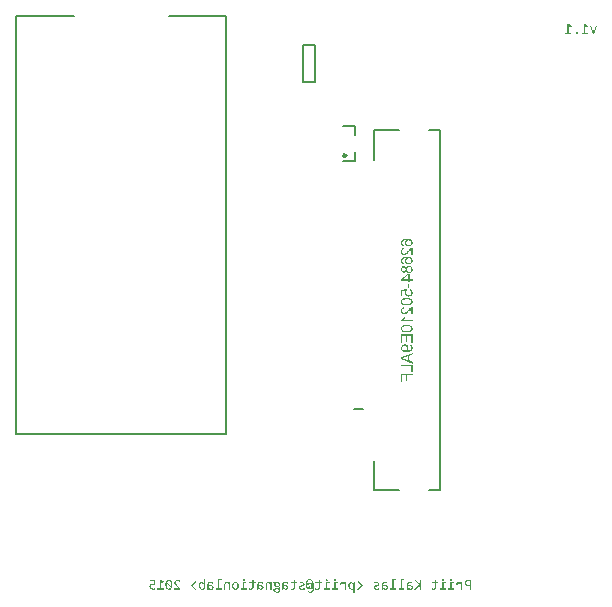
<source format=gbo>
%FSLAX23Y23*%
%MOIN*%
G70*
G01*
G75*
G04 Layer_Color=32896*
%ADD10C,0.006*%
%ADD11C,0.060*%
%ADD12C,0.024*%
%ADD13C,0.020*%
%ADD14R,0.039X0.022*%
%ADD15R,0.047X0.008*%
%ADD16C,0.039*%
%ADD17R,0.031X0.035*%
%ADD18R,0.035X0.024*%
%ADD19R,0.035X0.031*%
%ADD20C,0.020*%
%ADD21R,0.047X0.051*%
%ADD22C,0.068*%
%ADD23R,0.047X0.030*%
%ADD24R,0.059X0.020*%
%ADD25C,0.047*%
%ADD26R,0.039X0.043*%
%ADD27R,0.043X0.032*%
%ADD28R,0.043X0.039*%
%ADD29C,0.010*%
%ADD30C,0.008*%
G36*
X1796Y1085D02*
Y1078D01*
X1803D01*
Y1074D01*
X1796D01*
Y1061D01*
X1796Y1060D01*
X1796Y1059D01*
X1795Y1057D01*
X1795Y1056D01*
X1794Y1056D01*
X1794Y1055D01*
X1794Y1055D01*
X1794Y1055D01*
X1793Y1055D01*
X1793Y1054D01*
X1792Y1054D01*
X1790Y1053D01*
X1789Y1053D01*
X1788Y1053D01*
X1788Y1053D01*
X1788D01*
X1787Y1053D01*
X1787D01*
X1786Y1053D01*
X1785D01*
X1785Y1053D01*
X1784D01*
X1784Y1053D01*
X1784D01*
X1783Y1053D01*
X1782Y1053D01*
X1782Y1053D01*
X1781Y1053D01*
X1781Y1053D01*
X1781Y1053D01*
X1781D01*
Y1057D01*
X1782Y1057D01*
X1782Y1057D01*
X1783Y1057D01*
X1783Y1057D01*
X1783D01*
X1783Y1057D01*
X1784D01*
X1785Y1056D01*
X1785D01*
X1785Y1056D01*
X1786D01*
X1787Y1056D01*
X1788Y1057D01*
X1789Y1057D01*
X1789Y1057D01*
X1790Y1057D01*
X1790Y1058D01*
X1790Y1058D01*
X1790Y1058D01*
X1791Y1058D01*
X1791Y1059D01*
X1791Y1060D01*
X1792Y1060D01*
X1792Y1061D01*
X1792Y1061D01*
Y1062D01*
Y1062D01*
Y1062D01*
Y1074D01*
X1781D01*
Y1078D01*
X1792D01*
Y1086D01*
X1796Y1085D01*
D02*
G37*
G36*
X2520Y1053D02*
X2516D01*
Y1065D01*
X2512D01*
X2511Y1065D01*
X2510Y1065D01*
X2509Y1065D01*
X2508Y1065D01*
X2507Y1065D01*
X2507Y1065D01*
X2506Y1066D01*
X2506Y1066D01*
X2505Y1066D01*
X2505Y1066D01*
X2504Y1067D01*
X2503Y1067D01*
X2503Y1068D01*
X2503Y1068D01*
X2502Y1068D01*
X2502Y1068D01*
X2502Y1069D01*
X2501Y1069D01*
X2501Y1070D01*
X2500Y1070D01*
X2500Y1071D01*
X2500Y1071D01*
X2500Y1071D01*
X2500Y1071D01*
X2500Y1072D01*
X2500Y1073D01*
X2499Y1074D01*
X2499Y1074D01*
X2499Y1075D01*
X2499Y1075D01*
Y1075D01*
Y1075D01*
X2499Y1076D01*
X2499Y1077D01*
X2500Y1078D01*
X2500Y1079D01*
X2500Y1079D01*
X2500Y1080D01*
X2500Y1080D01*
X2500Y1080D01*
X2501Y1081D01*
X2501Y1081D01*
X2501Y1082D01*
X2502Y1082D01*
X2502Y1083D01*
X2503Y1083D01*
X2503Y1083D01*
X2503Y1083D01*
X2503Y1083D01*
X2504Y1084D01*
X2505Y1084D01*
X2505Y1084D01*
X2506Y1084D01*
X2506Y1085D01*
X2507Y1085D01*
X2507D01*
X2508Y1085D01*
X2509Y1085D01*
X2510Y1085D01*
X2510Y1085D01*
X2520D01*
Y1053D01*
D02*
G37*
G36*
X2017Y1085D02*
Y1078D01*
X2024D01*
Y1074D01*
X2017D01*
Y1061D01*
X2017Y1060D01*
X2017Y1059D01*
X2017Y1057D01*
X2016Y1056D01*
X2016Y1056D01*
X2016Y1055D01*
X2015Y1055D01*
X2015Y1055D01*
X2015Y1055D01*
X2014Y1054D01*
X2013Y1054D01*
X2012Y1053D01*
X2011Y1053D01*
X2010Y1053D01*
X2009Y1053D01*
X2009D01*
X2009Y1053D01*
X2008D01*
X2007Y1053D01*
X2007D01*
X2006Y1053D01*
X2006D01*
X2005Y1053D01*
X2005D01*
X2004Y1053D01*
X2003Y1053D01*
X2003Y1053D01*
X2003Y1053D01*
X2002Y1053D01*
X2002Y1053D01*
X2002D01*
Y1057D01*
X2003Y1057D01*
X2004Y1057D01*
X2004Y1057D01*
X2004Y1057D01*
X2005D01*
X2005Y1057D01*
X2005D01*
X2006Y1056D01*
X2006D01*
X2007Y1056D01*
X2008D01*
X2009Y1056D01*
X2009Y1057D01*
X2010Y1057D01*
X2011Y1057D01*
X2011Y1057D01*
X2011Y1058D01*
X2012Y1058D01*
X2012Y1058D01*
X2012Y1058D01*
X2013Y1059D01*
X2013Y1060D01*
X2013Y1060D01*
X2013Y1061D01*
X2013Y1061D01*
Y1062D01*
Y1062D01*
Y1062D01*
Y1074D01*
X2002D01*
Y1078D01*
X2013D01*
Y1086D01*
X2017Y1085D01*
D02*
G37*
G36*
X1934D02*
Y1078D01*
X1941D01*
Y1074D01*
X1934D01*
Y1061D01*
X1934Y1060D01*
X1934Y1059D01*
X1934Y1057D01*
X1933Y1056D01*
X1933Y1056D01*
X1932Y1055D01*
X1932Y1055D01*
X1932Y1055D01*
X1932Y1055D01*
X1931Y1054D01*
X1930Y1054D01*
X1929Y1053D01*
X1928Y1053D01*
X1927Y1053D01*
X1926Y1053D01*
X1926D01*
X1926Y1053D01*
X1925D01*
X1924Y1053D01*
X1923D01*
X1923Y1053D01*
X1923D01*
X1922Y1053D01*
X1922D01*
X1921Y1053D01*
X1920Y1053D01*
X1920Y1053D01*
X1920Y1053D01*
X1919Y1053D01*
X1919Y1053D01*
X1919D01*
Y1057D01*
X1920Y1057D01*
X1921Y1057D01*
X1921Y1057D01*
X1921Y1057D01*
X1922D01*
X1922Y1057D01*
X1922D01*
X1923Y1056D01*
X1923D01*
X1924Y1056D01*
X1925D01*
X1926Y1056D01*
X1926Y1057D01*
X1927Y1057D01*
X1928Y1057D01*
X1928Y1057D01*
X1928Y1058D01*
X1929Y1058D01*
X1929Y1058D01*
X1929Y1058D01*
X1930Y1059D01*
X1930Y1060D01*
X1930Y1060D01*
X1930Y1061D01*
X1930Y1061D01*
Y1062D01*
Y1062D01*
Y1062D01*
Y1074D01*
X1919D01*
Y1078D01*
X1930D01*
Y1086D01*
X1934Y1085D01*
D02*
G37*
G36*
X2436Y1074D02*
X2429D01*
Y1057D01*
X2437D01*
Y1053D01*
X2417D01*
Y1057D01*
X2424D01*
Y1078D01*
X2436D01*
Y1074D01*
D02*
G37*
G36*
X2298Y1084D02*
X2290D01*
Y1057D01*
X2298D01*
Y1053D01*
X2279D01*
Y1057D01*
X2286D01*
Y1088D01*
X2298D01*
Y1084D01*
D02*
G37*
G36*
X2480Y1078D02*
X2481Y1078D01*
X2481Y1078D01*
X2482Y1078D01*
X2482Y1077D01*
X2483Y1077D01*
X2483Y1077D01*
X2483Y1077D01*
X2484Y1077D01*
X2485Y1076D01*
X2486Y1075D01*
X2486Y1075D01*
X2487Y1074D01*
X2487Y1074D01*
X2487Y1073D01*
X2488Y1073D01*
Y1073D01*
X2488Y1078D01*
X2492D01*
Y1053D01*
X2487D01*
Y1069D01*
X2487Y1070D01*
X2486Y1070D01*
X2486Y1070D01*
X2486Y1071D01*
X2485Y1071D01*
X2485Y1071D01*
X2485Y1071D01*
X2485Y1071D01*
X2484Y1072D01*
X2484Y1073D01*
X2483Y1073D01*
X2483Y1073D01*
X2483Y1073D01*
X2483Y1073D01*
X2482Y1074D01*
X2482Y1074D01*
X2482Y1074D01*
X2481Y1074D01*
X2481Y1074D01*
X2481D01*
X2481Y1074D01*
X2480Y1074D01*
X2480Y1075D01*
X2480D01*
X2479Y1074D01*
X2478Y1074D01*
X2478Y1074D01*
X2477Y1074D01*
X2477Y1074D01*
X2477Y1073D01*
X2477Y1073D01*
X2477Y1073D01*
X2476Y1072D01*
X2476Y1072D01*
X2476Y1071D01*
X2476Y1070D01*
X2476Y1070D01*
X2476Y1069D01*
Y1069D01*
Y1069D01*
Y1068D01*
Y1068D01*
X2471D01*
Y1069D01*
X2471Y1070D01*
X2471Y1071D01*
X2472Y1072D01*
X2472Y1072D01*
X2472Y1073D01*
X2472Y1073D01*
X2472Y1074D01*
X2472Y1074D01*
X2473Y1075D01*
X2473Y1075D01*
X2473Y1075D01*
X2473Y1075D01*
X2473Y1076D01*
X2473Y1076D01*
X2474Y1076D01*
X2474Y1077D01*
X2475Y1077D01*
X2476Y1078D01*
X2477Y1078D01*
X2478Y1078D01*
X2478Y1078D01*
X2478D01*
X2479Y1078D01*
X2479D01*
X2480Y1078D01*
D02*
G37*
G36*
X2464Y1074D02*
X2456D01*
Y1057D01*
X2465D01*
Y1053D01*
X2445D01*
Y1057D01*
X2452D01*
Y1078D01*
X2464D01*
Y1074D01*
D02*
G37*
G36*
X2405Y1085D02*
Y1078D01*
X2412D01*
Y1074D01*
X2405D01*
Y1061D01*
X2405Y1060D01*
X2405Y1059D01*
X2404Y1057D01*
X2404Y1056D01*
X2403Y1056D01*
X2403Y1055D01*
X2403Y1055D01*
X2403Y1055D01*
X2402Y1055D01*
X2402Y1054D01*
X2401Y1054D01*
X2399Y1053D01*
X2398Y1053D01*
X2397Y1053D01*
X2397Y1053D01*
X2397D01*
X2396Y1053D01*
X2396D01*
X2395Y1053D01*
X2394D01*
X2394Y1053D01*
X2393D01*
X2393Y1053D01*
X2393D01*
X2392Y1053D01*
X2391Y1053D01*
X2391Y1053D01*
X2390Y1053D01*
X2390Y1053D01*
X2390Y1053D01*
X2390D01*
Y1057D01*
X2391Y1057D01*
X2391Y1057D01*
X2392Y1057D01*
X2392Y1057D01*
X2392D01*
X2392Y1057D01*
X2393D01*
X2394Y1056D01*
X2394D01*
X2394Y1056D01*
X2395D01*
X2396Y1056D01*
X2397Y1057D01*
X2398Y1057D01*
X2398Y1057D01*
X2399Y1057D01*
X2399Y1058D01*
X2399Y1058D01*
X2399Y1058D01*
X2400Y1058D01*
X2400Y1059D01*
X2400Y1060D01*
X2401Y1060D01*
X2401Y1061D01*
X2401Y1061D01*
Y1062D01*
Y1062D01*
Y1062D01*
Y1074D01*
X2390D01*
Y1078D01*
X2401D01*
Y1086D01*
X2405Y1085D01*
D02*
G37*
G36*
X2318Y1078D02*
X2318D01*
X2318Y1078D01*
X2319D01*
X2319Y1078D01*
X2319D01*
X2320Y1078D01*
X2320Y1078D01*
X2320Y1078D01*
X2321Y1078D01*
X2321Y1078D01*
X2321Y1078D01*
X2321D01*
X2322Y1078D01*
X2323Y1077D01*
X2323Y1077D01*
X2323Y1077D01*
X2323Y1077D01*
X2323D01*
X2324Y1077D01*
X2325Y1077D01*
X2325Y1077D01*
X2325Y1077D01*
X2325Y1077D01*
X2325D01*
Y1073D01*
X2324Y1073D01*
X2323Y1073D01*
X2323Y1074D01*
X2322Y1074D01*
X2322Y1074D01*
X2321Y1074D01*
X2321Y1074D01*
X2321D01*
X2319Y1074D01*
X2319Y1074D01*
X2318Y1075D01*
X2317Y1075D01*
X2317D01*
X2316Y1075D01*
X2315Y1074D01*
X2314Y1074D01*
X2313Y1074D01*
X2313Y1074D01*
X2313Y1074D01*
X2313Y1073D01*
X2312Y1073D01*
X2312Y1073D01*
X2312Y1072D01*
X2311Y1072D01*
X2311Y1071D01*
X2311Y1071D01*
X2311Y1070D01*
Y1070D01*
Y1070D01*
Y1068D01*
X2317D01*
X2318Y1068D01*
X2319Y1067D01*
X2320Y1067D01*
X2320Y1067D01*
X2321Y1067D01*
X2322Y1067D01*
X2322Y1067D01*
X2323Y1066D01*
X2323Y1066D01*
X2324Y1066D01*
X2324Y1066D01*
X2324Y1066D01*
X2324Y1066D01*
X2324Y1066D01*
X2324D01*
X2325Y1065D01*
X2325Y1065D01*
X2326Y1064D01*
X2326Y1064D01*
X2326Y1063D01*
X2327Y1062D01*
X2327Y1061D01*
X2327Y1061D01*
X2327Y1060D01*
X2327Y1060D01*
Y1060D01*
Y1060D01*
Y1060D01*
X2327Y1059D01*
X2327Y1058D01*
X2327Y1058D01*
X2327Y1057D01*
X2327Y1057D01*
X2327Y1057D01*
Y1057D01*
X2326Y1056D01*
X2326Y1056D01*
X2326Y1055D01*
X2326Y1055D01*
X2325Y1055D01*
X2325Y1055D01*
X2325Y1055D01*
X2324Y1054D01*
X2324Y1054D01*
X2323Y1053D01*
X2323Y1053D01*
X2323Y1053D01*
X2323D01*
X2322Y1053D01*
X2321Y1053D01*
X2320Y1053D01*
X2320D01*
X2319Y1053D01*
X2319D01*
X2318Y1053D01*
X2318Y1053D01*
X2317Y1053D01*
X2316Y1053D01*
X2316Y1053D01*
X2315Y1053D01*
X2315Y1054D01*
X2315Y1054D01*
X2314Y1054D01*
X2313Y1054D01*
X2313Y1055D01*
X2312Y1055D01*
X2311Y1056D01*
X2311Y1056D01*
X2311Y1056D01*
X2311Y1056D01*
X2311Y1053D01*
X2307D01*
Y1070D01*
X2307Y1071D01*
X2307Y1072D01*
X2307Y1072D01*
X2307Y1073D01*
X2307Y1073D01*
X2307Y1073D01*
X2307Y1074D01*
X2307Y1074D01*
X2308Y1074D01*
X2308Y1075D01*
X2308Y1075D01*
X2309Y1076D01*
X2309Y1076D01*
X2309Y1076D01*
X2309Y1076D01*
X2309Y1076D01*
X2310Y1077D01*
X2310Y1077D01*
X2311Y1077D01*
X2311Y1077D01*
X2312Y1078D01*
X2312Y1078D01*
X2312Y1078D01*
X2312D01*
X2314Y1078D01*
X2314Y1078D01*
X2315Y1078D01*
X2316Y1078D01*
X2317D01*
X2318Y1078D01*
D02*
G37*
G36*
X2235D02*
X2235D01*
X2235Y1078D01*
X2236D01*
X2236Y1078D01*
X2236D01*
X2237Y1078D01*
X2237Y1078D01*
X2237Y1078D01*
X2238Y1078D01*
X2238Y1078D01*
X2238Y1078D01*
X2238D01*
X2239Y1078D01*
X2240Y1077D01*
X2240Y1077D01*
X2240Y1077D01*
X2240Y1077D01*
X2240D01*
X2241Y1077D01*
X2241Y1077D01*
X2242Y1077D01*
X2242Y1077D01*
X2242Y1077D01*
X2242D01*
Y1073D01*
X2241Y1073D01*
X2240Y1073D01*
X2240Y1074D01*
X2239Y1074D01*
X2239Y1074D01*
X2238Y1074D01*
X2238Y1074D01*
X2238D01*
X2236Y1074D01*
X2236Y1074D01*
X2235Y1075D01*
X2234Y1075D01*
X2234D01*
X2233Y1075D01*
X2232Y1074D01*
X2231Y1074D01*
X2230Y1074D01*
X2230Y1074D01*
X2230Y1074D01*
X2229Y1073D01*
X2229Y1073D01*
X2229Y1073D01*
X2229Y1072D01*
X2228Y1072D01*
X2228Y1071D01*
X2228Y1071D01*
X2228Y1070D01*
Y1070D01*
Y1070D01*
Y1068D01*
X2234D01*
X2235Y1068D01*
X2236Y1067D01*
X2237Y1067D01*
X2237Y1067D01*
X2238Y1067D01*
X2239Y1067D01*
X2239Y1067D01*
X2240Y1066D01*
X2240Y1066D01*
X2240Y1066D01*
X2241Y1066D01*
X2241Y1066D01*
X2241Y1066D01*
X2241Y1066D01*
X2241D01*
X2242Y1065D01*
X2242Y1065D01*
X2243Y1064D01*
X2243Y1064D01*
X2243Y1063D01*
X2244Y1062D01*
X2244Y1061D01*
X2244Y1061D01*
X2244Y1060D01*
X2244Y1060D01*
Y1060D01*
Y1060D01*
Y1060D01*
X2244Y1059D01*
X2244Y1058D01*
X2244Y1058D01*
X2244Y1057D01*
X2244Y1057D01*
X2244Y1057D01*
Y1057D01*
X2243Y1056D01*
X2243Y1056D01*
X2243Y1055D01*
X2243Y1055D01*
X2242Y1055D01*
X2242Y1055D01*
X2242Y1055D01*
X2241Y1054D01*
X2241Y1054D01*
X2240Y1053D01*
X2240Y1053D01*
X2240Y1053D01*
X2240D01*
X2239Y1053D01*
X2238Y1053D01*
X2237Y1053D01*
X2237D01*
X2236Y1053D01*
X2236D01*
X2235Y1053D01*
X2234Y1053D01*
X2234Y1053D01*
X2233Y1053D01*
X2233Y1053D01*
X2232Y1053D01*
X2232Y1054D01*
X2232Y1054D01*
X2231Y1054D01*
X2230Y1054D01*
X2230Y1055D01*
X2229Y1055D01*
X2228Y1056D01*
X2228Y1056D01*
X2228Y1056D01*
X2228Y1056D01*
X2228Y1053D01*
X2224D01*
Y1070D01*
X2224Y1071D01*
X2224Y1072D01*
X2224Y1072D01*
X2224Y1073D01*
X2224Y1073D01*
X2224Y1073D01*
X2224Y1074D01*
X2224Y1074D01*
X2225Y1074D01*
X2225Y1075D01*
X2225Y1075D01*
X2226Y1076D01*
X2226Y1076D01*
X2226Y1076D01*
X2226Y1076D01*
X2226Y1076D01*
X2227Y1077D01*
X2227Y1077D01*
X2228Y1077D01*
X2228Y1077D01*
X2229Y1078D01*
X2229Y1078D01*
X2229Y1078D01*
X2229D01*
X2231Y1078D01*
X2231Y1078D01*
X2232Y1078D01*
X2233Y1078D01*
X2234D01*
X2235Y1078D01*
D02*
G37*
G36*
X1497Y1080D02*
X1495Y1076D01*
X1487Y1081D01*
Y1057D01*
X1496D01*
Y1053D01*
X1475D01*
Y1057D01*
X1483D01*
Y1085D01*
X1486D01*
X1497Y1080D01*
D02*
G37*
G36*
X1634Y1055D02*
X1633Y1054D01*
X1632Y1054D01*
X1631Y1054D01*
X1631Y1053D01*
X1630Y1053D01*
X1630Y1053D01*
X1630D01*
X1629Y1053D01*
X1628Y1053D01*
X1627Y1053D01*
X1627Y1053D01*
X1626Y1053D01*
X1625D01*
X1624Y1053D01*
X1623Y1053D01*
X1623Y1053D01*
X1622Y1053D01*
X1621Y1053D01*
X1621Y1054D01*
X1621Y1054D01*
X1620Y1054D01*
X1620Y1054D01*
X1619Y1055D01*
X1618Y1055D01*
X1618Y1055D01*
X1617Y1056D01*
X1617Y1056D01*
X1617Y1056D01*
X1617Y1056D01*
X1616Y1057D01*
X1616Y1058D01*
X1615Y1058D01*
X1615Y1059D01*
X1615Y1060D01*
X1614Y1060D01*
X1614Y1060D01*
X1614Y1060D01*
X1614Y1061D01*
X1614Y1062D01*
X1614Y1063D01*
X1613Y1064D01*
X1613Y1065D01*
X1613Y1065D01*
Y1066D01*
Y1066D01*
Y1066D01*
Y1066D01*
Y1067D01*
X1613Y1068D01*
X1613Y1069D01*
X1614Y1069D01*
X1614Y1070D01*
X1614Y1071D01*
X1614Y1071D01*
Y1071D01*
X1614Y1072D01*
X1614Y1073D01*
X1615Y1073D01*
X1615Y1074D01*
X1615Y1074D01*
X1615Y1075D01*
X1615Y1075D01*
X1615Y1075D01*
X1616Y1075D01*
X1616Y1076D01*
X1617Y1076D01*
X1617Y1077D01*
X1618Y1077D01*
X1618Y1077D01*
X1618Y1077D01*
X1618Y1077D01*
X1619Y1078D01*
X1619Y1078D01*
X1620Y1078D01*
X1621Y1078D01*
X1621Y1078D01*
X1621Y1078D01*
X1622D01*
X1623Y1078D01*
X1624Y1078D01*
X1624Y1078D01*
X1625Y1078D01*
X1626Y1078D01*
X1626Y1077D01*
X1626Y1077D01*
X1626Y1077D01*
X1627Y1077D01*
X1628Y1076D01*
X1629Y1076D01*
X1629Y1075D01*
X1630Y1075D01*
X1630Y1074D01*
X1630Y1074D01*
X1630Y1074D01*
X1630Y1078D01*
Y1088D01*
X1634D01*
Y1055D01*
D02*
G37*
G36*
X1653Y1078D02*
X1654D01*
X1654Y1078D01*
X1654D01*
X1654Y1078D01*
X1654D01*
X1655Y1078D01*
X1656Y1078D01*
X1656Y1078D01*
X1656Y1078D01*
X1657Y1078D01*
X1657Y1078D01*
X1657D01*
X1658Y1078D01*
X1658Y1077D01*
X1659Y1077D01*
X1659Y1077D01*
X1659Y1077D01*
X1659D01*
X1660Y1077D01*
X1660Y1077D01*
X1660Y1077D01*
X1660Y1077D01*
X1661Y1077D01*
X1661D01*
Y1073D01*
X1660Y1073D01*
X1659Y1073D01*
X1658Y1074D01*
X1658Y1074D01*
X1657Y1074D01*
X1657Y1074D01*
X1657Y1074D01*
X1656D01*
X1655Y1074D01*
X1654Y1074D01*
X1654Y1075D01*
X1653Y1075D01*
X1652D01*
X1651Y1075D01*
X1650Y1074D01*
X1650Y1074D01*
X1649Y1074D01*
X1649Y1074D01*
X1648Y1074D01*
X1648Y1073D01*
X1648Y1073D01*
X1648Y1073D01*
X1647Y1072D01*
X1647Y1072D01*
X1647Y1071D01*
X1647Y1071D01*
X1647Y1070D01*
Y1070D01*
Y1070D01*
Y1068D01*
X1653D01*
X1654Y1068D01*
X1655Y1067D01*
X1655Y1067D01*
X1656Y1067D01*
X1657Y1067D01*
X1657Y1067D01*
X1658Y1067D01*
X1658Y1066D01*
X1659Y1066D01*
X1659Y1066D01*
X1659Y1066D01*
X1660Y1066D01*
X1660Y1066D01*
X1660Y1066D01*
X1660D01*
X1660Y1065D01*
X1661Y1065D01*
X1661Y1064D01*
X1662Y1064D01*
X1662Y1063D01*
X1662Y1062D01*
X1663Y1061D01*
X1663Y1061D01*
X1663Y1060D01*
X1663Y1060D01*
Y1060D01*
Y1060D01*
Y1060D01*
X1663Y1059D01*
X1663Y1058D01*
X1662Y1058D01*
X1662Y1057D01*
X1662Y1057D01*
X1662Y1057D01*
Y1057D01*
X1662Y1056D01*
X1662Y1056D01*
X1661Y1055D01*
X1661Y1055D01*
X1661Y1055D01*
X1661Y1055D01*
X1661Y1055D01*
X1660Y1054D01*
X1659Y1054D01*
X1659Y1053D01*
X1659Y1053D01*
X1658Y1053D01*
X1658D01*
X1657Y1053D01*
X1657Y1053D01*
X1656Y1053D01*
X1656D01*
X1655Y1053D01*
X1655D01*
X1654Y1053D01*
X1653Y1053D01*
X1652Y1053D01*
X1652Y1053D01*
X1651Y1053D01*
X1651Y1053D01*
X1651Y1054D01*
X1650Y1054D01*
X1650Y1054D01*
X1649Y1054D01*
X1648Y1055D01*
X1648Y1055D01*
X1647Y1056D01*
X1647Y1056D01*
X1646Y1056D01*
X1646Y1056D01*
X1646Y1053D01*
X1642D01*
Y1070D01*
X1642Y1071D01*
X1642Y1072D01*
X1643Y1072D01*
X1643Y1073D01*
X1643Y1073D01*
X1643Y1073D01*
X1643Y1074D01*
X1643Y1074D01*
X1643Y1074D01*
X1644Y1075D01*
X1644Y1075D01*
X1644Y1076D01*
X1645Y1076D01*
X1645Y1076D01*
X1645Y1076D01*
X1645Y1076D01*
X1645Y1077D01*
X1646Y1077D01*
X1646Y1077D01*
X1647Y1077D01*
X1647Y1078D01*
X1648Y1078D01*
X1648Y1078D01*
X1648D01*
X1649Y1078D01*
X1650Y1078D01*
X1651Y1078D01*
X1651Y1078D01*
X1653D01*
X1653Y1078D01*
D02*
G37*
G36*
X2354Y1053D02*
X2350D01*
Y1069D01*
X2338Y1053D01*
X2332D01*
X2346Y1070D01*
X2333Y1085D01*
X2338D01*
X2350Y1070D01*
Y1085D01*
X2354D01*
Y1053D01*
D02*
G37*
G36*
X1902Y1078D02*
X1903D01*
X1903Y1078D01*
X1903D01*
X1904Y1078D01*
X1904D01*
X1904Y1078D01*
X1905Y1078D01*
X1905Y1078D01*
X1905Y1078D01*
X1906Y1078D01*
X1906Y1078D01*
X1906D01*
X1907Y1078D01*
X1907Y1077D01*
X1908Y1077D01*
X1908Y1077D01*
X1908Y1077D01*
X1908D01*
X1909Y1077D01*
X1909Y1077D01*
X1910Y1077D01*
X1910Y1077D01*
X1910Y1077D01*
X1910D01*
Y1073D01*
X1909Y1073D01*
X1908Y1073D01*
X1908Y1074D01*
X1907Y1074D01*
X1906Y1074D01*
X1906Y1074D01*
X1906Y1074D01*
X1906D01*
X1904Y1074D01*
X1903Y1074D01*
X1903Y1075D01*
X1902Y1075D01*
X1901D01*
X1900Y1075D01*
X1900Y1074D01*
X1899Y1074D01*
X1898Y1074D01*
X1898Y1074D01*
X1897Y1074D01*
X1897Y1073D01*
X1897Y1073D01*
X1897Y1073D01*
X1896Y1072D01*
X1896Y1072D01*
X1896Y1071D01*
X1896Y1071D01*
X1896Y1070D01*
Y1070D01*
Y1070D01*
Y1068D01*
X1902D01*
X1903Y1068D01*
X1904Y1067D01*
X1904Y1067D01*
X1905Y1067D01*
X1906Y1067D01*
X1907Y1067D01*
X1907Y1067D01*
X1908Y1066D01*
X1908Y1066D01*
X1908Y1066D01*
X1909Y1066D01*
X1909Y1066D01*
X1909Y1066D01*
X1909Y1066D01*
X1909D01*
X1910Y1065D01*
X1910Y1065D01*
X1910Y1064D01*
X1911Y1064D01*
X1911Y1063D01*
X1912Y1062D01*
X1912Y1061D01*
X1912Y1061D01*
X1912Y1060D01*
X1912Y1060D01*
Y1060D01*
Y1060D01*
Y1060D01*
X1912Y1059D01*
X1912Y1058D01*
X1912Y1058D01*
X1912Y1057D01*
X1911Y1057D01*
X1911Y1057D01*
Y1057D01*
X1911Y1056D01*
X1911Y1056D01*
X1911Y1055D01*
X1910Y1055D01*
X1910Y1055D01*
X1910Y1055D01*
X1910Y1055D01*
X1909Y1054D01*
X1908Y1054D01*
X1908Y1053D01*
X1908Y1053D01*
X1908Y1053D01*
X1908D01*
X1906Y1053D01*
X1906Y1053D01*
X1905Y1053D01*
X1905D01*
X1904Y1053D01*
X1904D01*
X1903Y1053D01*
X1902Y1053D01*
X1902Y1053D01*
X1901Y1053D01*
X1900Y1053D01*
X1900Y1053D01*
X1900Y1054D01*
X1900Y1054D01*
X1899Y1054D01*
X1898Y1054D01*
X1897Y1055D01*
X1897Y1055D01*
X1896Y1056D01*
X1896Y1056D01*
X1896Y1056D01*
X1895Y1056D01*
X1895Y1053D01*
X1891D01*
Y1070D01*
X1892Y1071D01*
X1892Y1072D01*
X1892Y1072D01*
X1892Y1073D01*
X1892Y1073D01*
X1892Y1073D01*
X1892Y1074D01*
X1892Y1074D01*
X1892Y1074D01*
X1893Y1075D01*
X1893Y1075D01*
X1893Y1076D01*
X1894Y1076D01*
X1894Y1076D01*
X1894Y1076D01*
X1894Y1076D01*
X1895Y1077D01*
X1895Y1077D01*
X1896Y1077D01*
X1896Y1077D01*
X1896Y1078D01*
X1897Y1078D01*
X1897Y1078D01*
X1897D01*
X1898Y1078D01*
X1899Y1078D01*
X1900Y1078D01*
X1900Y1078D01*
X1902D01*
X1902Y1078D01*
D02*
G37*
G36*
X1819D02*
X1820D01*
X1820Y1078D01*
X1820D01*
X1821Y1078D01*
X1821D01*
X1821Y1078D01*
X1822Y1078D01*
X1822Y1078D01*
X1822Y1078D01*
X1823Y1078D01*
X1823Y1078D01*
X1823D01*
X1824Y1078D01*
X1824Y1077D01*
X1825Y1077D01*
X1825Y1077D01*
X1825Y1077D01*
X1825D01*
X1826Y1077D01*
X1826Y1077D01*
X1826Y1077D01*
X1827Y1077D01*
X1827Y1077D01*
X1827D01*
Y1073D01*
X1826Y1073D01*
X1825Y1073D01*
X1824Y1074D01*
X1824Y1074D01*
X1823Y1074D01*
X1823Y1074D01*
X1823Y1074D01*
X1823D01*
X1821Y1074D01*
X1820Y1074D01*
X1820Y1075D01*
X1819Y1075D01*
X1818D01*
X1817Y1075D01*
X1817Y1074D01*
X1816Y1074D01*
X1815Y1074D01*
X1815Y1074D01*
X1814Y1074D01*
X1814Y1073D01*
X1814Y1073D01*
X1814Y1073D01*
X1813Y1072D01*
X1813Y1072D01*
X1813Y1071D01*
X1813Y1071D01*
X1813Y1070D01*
Y1070D01*
Y1070D01*
Y1068D01*
X1819D01*
X1820Y1068D01*
X1821Y1067D01*
X1821Y1067D01*
X1822Y1067D01*
X1823Y1067D01*
X1823Y1067D01*
X1824Y1067D01*
X1824Y1066D01*
X1825Y1066D01*
X1825Y1066D01*
X1826Y1066D01*
X1826Y1066D01*
X1826Y1066D01*
X1826Y1066D01*
X1826D01*
X1827Y1065D01*
X1827Y1065D01*
X1827Y1064D01*
X1828Y1064D01*
X1828Y1063D01*
X1828Y1062D01*
X1829Y1061D01*
X1829Y1061D01*
X1829Y1060D01*
X1829Y1060D01*
Y1060D01*
Y1060D01*
Y1060D01*
X1829Y1059D01*
X1829Y1058D01*
X1829Y1058D01*
X1828Y1057D01*
X1828Y1057D01*
X1828Y1057D01*
Y1057D01*
X1828Y1056D01*
X1828Y1056D01*
X1827Y1055D01*
X1827Y1055D01*
X1827Y1055D01*
X1827Y1055D01*
X1827Y1055D01*
X1826Y1054D01*
X1825Y1054D01*
X1825Y1053D01*
X1825Y1053D01*
X1825Y1053D01*
X1824D01*
X1823Y1053D01*
X1823Y1053D01*
X1822Y1053D01*
X1822D01*
X1821Y1053D01*
X1821D01*
X1820Y1053D01*
X1819Y1053D01*
X1818Y1053D01*
X1818Y1053D01*
X1817Y1053D01*
X1817Y1053D01*
X1817Y1054D01*
X1817Y1054D01*
X1816Y1054D01*
X1815Y1054D01*
X1814Y1055D01*
X1814Y1055D01*
X1813Y1056D01*
X1813Y1056D01*
X1813Y1056D01*
X1812Y1056D01*
X1812Y1053D01*
X1808D01*
Y1070D01*
X1808Y1071D01*
X1809Y1072D01*
X1809Y1072D01*
X1809Y1073D01*
X1809Y1073D01*
X1809Y1073D01*
X1809Y1074D01*
X1809Y1074D01*
X1809Y1074D01*
X1810Y1075D01*
X1810Y1075D01*
X1810Y1076D01*
X1811Y1076D01*
X1811Y1076D01*
X1811Y1076D01*
X1811Y1076D01*
X1812Y1077D01*
X1812Y1077D01*
X1813Y1077D01*
X1813Y1077D01*
X1813Y1078D01*
X1814Y1078D01*
X1814Y1078D01*
X1814D01*
X1815Y1078D01*
X1816Y1078D01*
X1817Y1078D01*
X1817Y1078D01*
X1819D01*
X1819Y1078D01*
D02*
G37*
G36*
X2270Y1084D02*
X2263D01*
Y1057D01*
X2271D01*
Y1053D01*
X2251D01*
Y1057D01*
X2258D01*
Y1088D01*
X2270D01*
Y1084D01*
D02*
G37*
G36*
X1736Y1078D02*
X1737Y1078D01*
X1738Y1078D01*
X1739Y1078D01*
X1739Y1078D01*
X1740Y1077D01*
X1740Y1077D01*
X1740Y1077D01*
X1741Y1077D01*
X1741Y1076D01*
X1742Y1076D01*
X1743Y1076D01*
X1743Y1075D01*
X1743Y1075D01*
X1744Y1075D01*
X1744Y1075D01*
X1744Y1074D01*
X1745Y1073D01*
X1745Y1073D01*
X1745Y1072D01*
X1746Y1071D01*
X1746Y1071D01*
X1746Y1071D01*
X1746Y1071D01*
Y1071D01*
X1746Y1070D01*
X1746Y1069D01*
X1747Y1068D01*
X1747Y1067D01*
X1747Y1066D01*
X1747Y1066D01*
Y1066D01*
Y1065D01*
Y1065D01*
Y1065D01*
X1747Y1064D01*
X1747Y1063D01*
X1747Y1062D01*
X1746Y1061D01*
X1746Y1061D01*
X1746Y1060D01*
X1746Y1060D01*
X1746Y1060D01*
Y1060D01*
X1746Y1059D01*
X1745Y1058D01*
X1745Y1058D01*
X1745Y1057D01*
X1744Y1057D01*
X1744Y1056D01*
X1744Y1056D01*
X1744Y1056D01*
X1743Y1055D01*
X1743Y1055D01*
X1742Y1054D01*
X1742Y1054D01*
X1741Y1054D01*
X1741Y1054D01*
X1740Y1054D01*
X1740Y1054D01*
X1739Y1053D01*
X1739Y1053D01*
X1738Y1053D01*
X1737Y1053D01*
X1736Y1053D01*
X1736Y1053D01*
X1735D01*
X1734Y1053D01*
X1734Y1053D01*
X1733Y1053D01*
X1732Y1053D01*
X1731Y1053D01*
X1731Y1053D01*
X1731Y1054D01*
X1731Y1054D01*
X1730Y1054D01*
X1729Y1054D01*
X1728Y1055D01*
X1728Y1055D01*
X1727Y1056D01*
X1727Y1056D01*
X1727Y1056D01*
X1727Y1056D01*
X1726Y1057D01*
X1726Y1058D01*
X1725Y1058D01*
X1725Y1059D01*
X1725Y1060D01*
X1725Y1060D01*
X1725Y1060D01*
X1724Y1060D01*
X1724Y1061D01*
X1724Y1062D01*
X1724Y1063D01*
X1724Y1064D01*
X1724Y1065D01*
X1724Y1065D01*
Y1065D01*
Y1066D01*
Y1066D01*
Y1066D01*
X1724Y1067D01*
X1724Y1068D01*
X1724Y1069D01*
X1724Y1070D01*
X1724Y1070D01*
X1724Y1071D01*
X1724Y1071D01*
X1724Y1071D01*
X1725Y1072D01*
X1725Y1073D01*
X1726Y1073D01*
X1726Y1074D01*
X1726Y1074D01*
X1726Y1075D01*
X1727Y1075D01*
X1727Y1075D01*
X1727Y1076D01*
X1728Y1076D01*
X1728Y1076D01*
X1729Y1077D01*
X1729Y1077D01*
X1730Y1077D01*
X1730Y1077D01*
X1730Y1077D01*
X1731Y1078D01*
X1732Y1078D01*
X1733Y1078D01*
X1733Y1078D01*
X1734Y1078D01*
X1735Y1078D01*
X1735D01*
X1736Y1078D01*
D02*
G37*
G36*
X1515Y1086D02*
X1516Y1086D01*
X1516Y1085D01*
X1517Y1085D01*
X1518Y1085D01*
X1518Y1085D01*
X1519Y1085D01*
X1519Y1085D01*
X1520Y1084D01*
X1520Y1084D01*
X1521Y1083D01*
X1521Y1082D01*
X1522Y1082D01*
X1522Y1082D01*
X1522Y1081D01*
X1522Y1081D01*
X1523Y1080D01*
X1523Y1079D01*
X1524Y1079D01*
X1524Y1078D01*
X1524Y1077D01*
X1525Y1076D01*
X1525Y1076D01*
X1525Y1076D01*
X1525Y1076D01*
Y1076D01*
X1525Y1075D01*
X1525Y1074D01*
X1525Y1072D01*
X1525Y1071D01*
X1525Y1071D01*
X1525Y1070D01*
Y1070D01*
Y1070D01*
Y1069D01*
Y1069D01*
Y1069D01*
X1525Y1068D01*
X1525Y1066D01*
X1525Y1065D01*
X1525Y1064D01*
X1525Y1063D01*
X1525Y1063D01*
X1525Y1063D01*
X1525Y1062D01*
X1525Y1062D01*
Y1062D01*
X1525Y1062D01*
Y1062D01*
X1524Y1061D01*
X1524Y1060D01*
X1524Y1059D01*
X1523Y1058D01*
X1523Y1057D01*
X1523Y1057D01*
X1522Y1057D01*
X1522Y1057D01*
X1522Y1056D01*
X1521Y1055D01*
X1521Y1055D01*
X1520Y1054D01*
X1519Y1054D01*
X1519Y1054D01*
X1519Y1054D01*
X1519Y1054D01*
X1518Y1053D01*
X1517Y1053D01*
X1516Y1053D01*
X1516Y1053D01*
X1515Y1053D01*
X1514Y1053D01*
X1514D01*
X1513Y1053D01*
X1512Y1053D01*
X1511Y1053D01*
X1510Y1053D01*
X1510Y1053D01*
X1509Y1054D01*
X1509Y1054D01*
X1509Y1054D01*
X1508Y1054D01*
X1507Y1055D01*
X1507Y1055D01*
X1506Y1056D01*
X1506Y1056D01*
X1505Y1057D01*
X1505Y1057D01*
X1505Y1057D01*
X1505Y1058D01*
X1504Y1059D01*
X1504Y1060D01*
X1503Y1061D01*
X1503Y1061D01*
X1503Y1062D01*
X1503Y1062D01*
Y1062D01*
X1503Y1062D01*
Y1062D01*
X1503Y1064D01*
X1502Y1065D01*
X1502Y1066D01*
X1502Y1067D01*
X1502Y1068D01*
X1502Y1068D01*
Y1069D01*
Y1069D01*
Y1069D01*
Y1069D01*
Y1069D01*
X1502Y1071D01*
X1502Y1072D01*
X1502Y1073D01*
X1502Y1074D01*
X1503Y1075D01*
X1503Y1075D01*
X1503Y1076D01*
X1503Y1076D01*
X1503Y1076D01*
Y1076D01*
X1503Y1077D01*
Y1077D01*
X1503Y1078D01*
X1504Y1079D01*
X1504Y1080D01*
X1504Y1080D01*
X1505Y1081D01*
X1505Y1081D01*
X1505Y1082D01*
X1505Y1082D01*
X1506Y1082D01*
X1506Y1083D01*
X1507Y1084D01*
X1508Y1084D01*
X1508Y1084D01*
X1508Y1085D01*
X1509Y1085D01*
X1509Y1085D01*
X1510Y1085D01*
X1510Y1085D01*
X1511Y1086D01*
X1512Y1086D01*
X1513Y1086D01*
X1513Y1086D01*
X1513D01*
X1515Y1086D01*
D02*
G37*
G36*
X2206Y1078D02*
X2207Y1078D01*
X2208Y1078D01*
X2208Y1078D01*
X2209Y1078D01*
X2209Y1078D01*
X2210Y1078D01*
X2210Y1078D01*
X2210Y1077D01*
X2211Y1077D01*
X2211Y1077D01*
X2212Y1076D01*
X2212Y1076D01*
X2213Y1076D01*
X2213Y1076D01*
X2213Y1076D01*
X2213Y1075D01*
X2214Y1075D01*
X2214Y1075D01*
X2214Y1074D01*
X2214Y1074D01*
X2214Y1074D01*
X2214Y1074D01*
Y1073D01*
X2215Y1073D01*
X2215Y1072D01*
X2215Y1072D01*
X2215Y1072D01*
Y1071D01*
Y1071D01*
Y1071D01*
Y1071D01*
X2215Y1070D01*
X2215Y1070D01*
X2215Y1069D01*
X2214Y1069D01*
X2214Y1069D01*
X2214Y1069D01*
Y1068D01*
X2214Y1068D01*
X2213Y1067D01*
X2213Y1067D01*
X2213Y1067D01*
X2213Y1067D01*
X2213Y1066D01*
X2212Y1066D01*
X2211Y1065D01*
X2211Y1065D01*
X2210Y1065D01*
X2210Y1065D01*
X2210Y1065D01*
X2209Y1065D01*
X2209Y1064D01*
X2208Y1064D01*
X2208Y1064D01*
X2207Y1064D01*
X2207Y1064D01*
X2207D01*
X2206Y1064D01*
X2206Y1063D01*
X2205Y1063D01*
X2205Y1063D01*
X2204Y1063D01*
X2204Y1063D01*
X2204Y1063D01*
X2204D01*
X2203Y1063D01*
X2203Y1062D01*
X2202Y1062D01*
X2202Y1062D01*
X2202Y1062D01*
X2202Y1062D01*
X2202Y1062D01*
X2201Y1061D01*
X2201Y1061D01*
X2201Y1061D01*
X2201Y1061D01*
X2201Y1060D01*
X2201Y1060D01*
X2201Y1060D01*
Y1060D01*
Y1060D01*
X2201Y1059D01*
X2201Y1059D01*
X2201Y1058D01*
X2201Y1058D01*
X2202Y1057D01*
X2202Y1057D01*
X2202Y1057D01*
X2202Y1057D01*
X2203Y1057D01*
X2203Y1057D01*
X2204Y1057D01*
X2205Y1056D01*
X2206Y1056D01*
X2206Y1056D01*
X2207D01*
X2208Y1056D01*
X2209Y1056D01*
X2210Y1056D01*
X2210D01*
X2211Y1057D01*
X2211Y1057D01*
X2211D01*
X2212Y1057D01*
X2213Y1057D01*
X2214Y1057D01*
X2214Y1057D01*
X2215Y1057D01*
X2215Y1058D01*
X2215D01*
Y1054D01*
X2214Y1053D01*
X2213Y1053D01*
X2212Y1053D01*
X2212Y1053D01*
X2211Y1053D01*
X2211Y1053D01*
X2211D01*
X2209Y1053D01*
X2209Y1053D01*
X2208D01*
X2207Y1053D01*
X2206D01*
X2206Y1053D01*
X2205Y1053D01*
X2205Y1053D01*
X2204D01*
X2204Y1053D01*
X2204D01*
X2203Y1053D01*
X2203Y1053D01*
X2202Y1053D01*
X2202Y1053D01*
X2202Y1053D01*
X2202Y1053D01*
X2202D01*
X2201Y1054D01*
X2200Y1054D01*
X2200Y1054D01*
X2200Y1054D01*
X2200Y1054D01*
X2200D01*
X2199Y1055D01*
X2198Y1055D01*
X2198Y1055D01*
X2198Y1056D01*
X2198Y1056D01*
X2198Y1056D01*
X2197Y1056D01*
X2197Y1057D01*
X2197Y1057D01*
X2197Y1057D01*
X2197Y1057D01*
Y1058D01*
X2196Y1058D01*
X2196Y1059D01*
X2196Y1059D01*
Y1060D01*
Y1060D01*
Y1060D01*
X2196Y1061D01*
X2196Y1061D01*
X2196Y1062D01*
X2196Y1062D01*
X2197Y1062D01*
X2197Y1062D01*
Y1062D01*
X2197Y1063D01*
X2197Y1063D01*
X2197Y1064D01*
X2198Y1064D01*
X2198Y1064D01*
X2198Y1064D01*
X2198Y1064D01*
X2199Y1065D01*
X2199Y1065D01*
X2200Y1066D01*
X2200Y1066D01*
X2200Y1066D01*
X2200Y1066D01*
X2201Y1066D01*
X2202Y1066D01*
X2202Y1067D01*
X2203Y1067D01*
X2203Y1067D01*
X2204Y1067D01*
X2204Y1067D01*
X2204Y1067D01*
X2205Y1067D01*
X2205Y1068D01*
X2206Y1068D01*
X2206Y1068D01*
X2207Y1068D01*
X2207Y1068D01*
X2207Y1068D01*
X2207D01*
X2208Y1068D01*
X2208Y1069D01*
X2208Y1069D01*
X2209Y1069D01*
X2209Y1069D01*
X2209Y1069D01*
X2209Y1069D01*
X2209D01*
X2210Y1070D01*
X2210Y1070D01*
X2210Y1070D01*
X2210Y1070D01*
X2210Y1071D01*
X2210Y1071D01*
X2210Y1071D01*
Y1071D01*
Y1071D01*
X2210Y1072D01*
X2210Y1072D01*
X2210Y1073D01*
X2210Y1073D01*
X2210Y1073D01*
X2210Y1073D01*
X2209Y1074D01*
X2209Y1074D01*
X2209Y1074D01*
X2208Y1074D01*
X2208Y1074D01*
X2208Y1074D01*
X2208Y1074D01*
X2207D01*
X2207Y1075D01*
X2206Y1075D01*
X2205Y1075D01*
X2205D01*
X2204Y1075D01*
X2203Y1075D01*
X2203D01*
X2202Y1075D01*
X2202Y1074D01*
X2202Y1074D01*
X2202D01*
X2200Y1074D01*
X2200Y1074D01*
X2199Y1074D01*
X2199Y1074D01*
X2198Y1074D01*
X2198Y1074D01*
X2198D01*
Y1078D01*
X2199Y1078D01*
X2199Y1078D01*
X2200Y1078D01*
X2200Y1078D01*
X2201Y1078D01*
X2201D01*
X2201Y1078D01*
X2202D01*
X2203Y1078D01*
X2203D01*
X2204Y1078D01*
X2205D01*
X2206Y1078D01*
D02*
G37*
G36*
X1957D02*
X1958Y1078D01*
X1958Y1078D01*
X1959Y1078D01*
X1960Y1078D01*
X1960Y1078D01*
X1960Y1078D01*
X1961Y1078D01*
X1961Y1077D01*
X1962Y1077D01*
X1962Y1077D01*
X1963Y1076D01*
X1963Y1076D01*
X1963Y1076D01*
X1964Y1076D01*
X1964Y1076D01*
X1964Y1075D01*
X1964Y1075D01*
X1965Y1075D01*
X1965Y1074D01*
X1965Y1074D01*
X1965Y1074D01*
X1965Y1074D01*
Y1073D01*
X1966Y1073D01*
X1966Y1072D01*
X1966Y1072D01*
X1966Y1072D01*
Y1071D01*
Y1071D01*
Y1071D01*
Y1071D01*
X1966Y1070D01*
X1966Y1070D01*
X1965Y1069D01*
X1965Y1069D01*
X1965Y1069D01*
X1965Y1069D01*
Y1068D01*
X1965Y1068D01*
X1964Y1067D01*
X1964Y1067D01*
X1964Y1067D01*
X1964Y1067D01*
X1964Y1066D01*
X1963Y1066D01*
X1962Y1065D01*
X1962Y1065D01*
X1961Y1065D01*
X1961Y1065D01*
X1961Y1065D01*
X1960Y1065D01*
X1959Y1064D01*
X1959Y1064D01*
X1959Y1064D01*
X1958Y1064D01*
X1958Y1064D01*
X1958D01*
X1957Y1064D01*
X1957Y1063D01*
X1956Y1063D01*
X1955Y1063D01*
X1955Y1063D01*
X1955Y1063D01*
X1955Y1063D01*
X1954D01*
X1954Y1063D01*
X1954Y1062D01*
X1953Y1062D01*
X1953Y1062D01*
X1953Y1062D01*
X1953Y1062D01*
X1953Y1062D01*
X1952Y1061D01*
X1952Y1061D01*
X1952Y1061D01*
X1952Y1061D01*
X1952Y1060D01*
X1951Y1060D01*
X1951Y1060D01*
Y1060D01*
Y1060D01*
X1951Y1059D01*
X1952Y1059D01*
X1952Y1058D01*
X1952Y1058D01*
X1952Y1057D01*
X1953Y1057D01*
X1953Y1057D01*
X1953Y1057D01*
X1954Y1057D01*
X1954Y1057D01*
X1955Y1057D01*
X1956Y1056D01*
X1956Y1056D01*
X1957Y1056D01*
X1957D01*
X1959Y1056D01*
X1960Y1056D01*
X1960Y1056D01*
X1961D01*
X1961Y1057D01*
X1962Y1057D01*
X1962D01*
X1963Y1057D01*
X1964Y1057D01*
X1965Y1057D01*
X1965Y1057D01*
X1966Y1057D01*
X1966Y1058D01*
X1966D01*
Y1054D01*
X1965Y1053D01*
X1964Y1053D01*
X1963Y1053D01*
X1963Y1053D01*
X1962Y1053D01*
X1962Y1053D01*
X1962D01*
X1960Y1053D01*
X1960Y1053D01*
X1959D01*
X1958Y1053D01*
X1957D01*
X1956Y1053D01*
X1956Y1053D01*
X1955Y1053D01*
X1955D01*
X1955Y1053D01*
X1955D01*
X1954Y1053D01*
X1954Y1053D01*
X1953Y1053D01*
X1953Y1053D01*
X1953Y1053D01*
X1953Y1053D01*
X1953D01*
X1952Y1054D01*
X1951Y1054D01*
X1951Y1054D01*
X1951Y1054D01*
X1951Y1054D01*
X1951D01*
X1950Y1055D01*
X1949Y1055D01*
X1949Y1055D01*
X1949Y1056D01*
X1949Y1056D01*
X1949Y1056D01*
X1948Y1056D01*
X1948Y1057D01*
X1948Y1057D01*
X1948Y1057D01*
X1948Y1057D01*
Y1058D01*
X1947Y1058D01*
X1947Y1059D01*
X1947Y1059D01*
Y1060D01*
Y1060D01*
Y1060D01*
X1947Y1061D01*
X1947Y1061D01*
X1947Y1062D01*
X1947Y1062D01*
X1947Y1062D01*
X1947Y1062D01*
Y1062D01*
X1948Y1063D01*
X1948Y1063D01*
X1948Y1064D01*
X1948Y1064D01*
X1949Y1064D01*
X1949Y1064D01*
X1949Y1064D01*
X1950Y1065D01*
X1950Y1065D01*
X1951Y1066D01*
X1951Y1066D01*
X1951Y1066D01*
X1951Y1066D01*
X1952Y1066D01*
X1952Y1066D01*
X1953Y1067D01*
X1954Y1067D01*
X1954Y1067D01*
X1955Y1067D01*
X1955Y1067D01*
X1955Y1067D01*
X1956Y1067D01*
X1956Y1068D01*
X1957Y1068D01*
X1957Y1068D01*
X1958Y1068D01*
X1958Y1068D01*
X1958Y1068D01*
X1958D01*
X1959Y1068D01*
X1959Y1069D01*
X1959Y1069D01*
X1960Y1069D01*
X1960Y1069D01*
X1960Y1069D01*
X1960Y1069D01*
X1960D01*
X1961Y1070D01*
X1961Y1070D01*
X1961Y1070D01*
X1961Y1070D01*
X1961Y1071D01*
X1961Y1071D01*
X1961Y1071D01*
Y1071D01*
Y1071D01*
X1961Y1072D01*
X1961Y1072D01*
X1961Y1073D01*
X1961Y1073D01*
X1961Y1073D01*
X1961Y1073D01*
X1960Y1074D01*
X1960Y1074D01*
X1960Y1074D01*
X1959Y1074D01*
X1959Y1074D01*
X1958Y1074D01*
X1958Y1074D01*
X1958D01*
X1957Y1075D01*
X1957Y1075D01*
X1956Y1075D01*
X1956D01*
X1955Y1075D01*
X1954Y1075D01*
X1954D01*
X1953Y1075D01*
X1953Y1074D01*
X1953Y1074D01*
X1952D01*
X1951Y1074D01*
X1950Y1074D01*
X1950Y1074D01*
X1949Y1074D01*
X1949Y1074D01*
X1949Y1074D01*
X1949D01*
Y1078D01*
X1949Y1078D01*
X1950Y1078D01*
X1951Y1078D01*
X1951Y1078D01*
X1952Y1078D01*
X1952D01*
X1952Y1078D01*
X1952D01*
X1954Y1078D01*
X1954D01*
X1955Y1078D01*
X1956D01*
X1957Y1078D01*
D02*
G37*
G36*
X2121D02*
X2122Y1078D01*
X2123Y1078D01*
X2123Y1078D01*
X2124Y1078D01*
X2124Y1077D01*
X2125Y1077D01*
X2125Y1077D01*
X2125Y1077D01*
X2126Y1076D01*
X2127Y1076D01*
X2127Y1075D01*
X2128Y1075D01*
X2128Y1074D01*
X2129Y1074D01*
X2129Y1074D01*
Y1074D01*
X2129Y1078D01*
X2133D01*
Y1043D01*
X2128D01*
Y1053D01*
X2128Y1053D01*
X2127Y1053D01*
X2127D01*
X2126Y1053D01*
X2126Y1053D01*
X2126D01*
X2125Y1053D01*
X2124Y1053D01*
X2124D01*
X2123Y1053D01*
X2122Y1053D01*
X2121Y1053D01*
X2120Y1053D01*
X2120Y1053D01*
X2119Y1054D01*
X2119Y1054D01*
X2119Y1054D01*
X2118Y1054D01*
X2117Y1054D01*
X2117Y1055D01*
X2116Y1055D01*
X2116Y1056D01*
X2115Y1056D01*
X2115Y1056D01*
X2115Y1056D01*
X2114Y1057D01*
X2114Y1057D01*
X2114Y1058D01*
X2113Y1059D01*
X2113Y1059D01*
X2113Y1060D01*
X2113Y1060D01*
X2113Y1060D01*
X2112Y1061D01*
X2112Y1062D01*
X2112Y1063D01*
X2112Y1064D01*
X2112Y1065D01*
X2112Y1065D01*
Y1066D01*
Y1066D01*
Y1066D01*
Y1066D01*
Y1067D01*
X2112Y1068D01*
X2112Y1069D01*
X2112Y1069D01*
X2112Y1070D01*
X2112Y1071D01*
X2112Y1071D01*
Y1071D01*
X2112Y1072D01*
X2113Y1073D01*
X2113Y1073D01*
X2113Y1074D01*
X2113Y1074D01*
X2114Y1075D01*
X2114Y1075D01*
X2114Y1075D01*
X2114Y1075D01*
X2115Y1076D01*
X2115Y1076D01*
X2116Y1077D01*
X2116Y1077D01*
X2116Y1077D01*
X2116Y1077D01*
X2116Y1077D01*
X2117Y1078D01*
X2118Y1078D01*
X2118Y1078D01*
X2119Y1078D01*
X2119Y1078D01*
X2120Y1078D01*
X2120D01*
X2121Y1078D01*
D02*
G37*
G36*
X1876Y1078D02*
X1876Y1078D01*
X1877Y1078D01*
X1877Y1078D01*
X1878Y1078D01*
X1878Y1078D01*
X1878Y1078D01*
X1879Y1077D01*
X1879Y1077D01*
X1880Y1077D01*
X1880Y1077D01*
X1881Y1076D01*
X1881Y1076D01*
X1881Y1076D01*
X1881Y1076D01*
X1881Y1075D01*
X1882Y1075D01*
X1882Y1074D01*
X1882Y1074D01*
X1883Y1074D01*
X1883Y1073D01*
X1883Y1073D01*
X1883Y1073D01*
X1883Y1073D01*
X1883Y1072D01*
X1883Y1071D01*
X1884Y1071D01*
X1884Y1070D01*
X1884Y1070D01*
Y1070D01*
Y1070D01*
Y1069D01*
X1884Y1068D01*
Y1068D01*
X1884Y1068D01*
Y1068D01*
Y1068D01*
X1883Y1068D01*
X1883Y1067D01*
X1883Y1067D01*
X1883Y1067D01*
Y1067D01*
X1883Y1066D01*
X1883Y1066D01*
X1883Y1066D01*
X1883Y1065D01*
X1882Y1065D01*
X1882Y1065D01*
X1882Y1065D01*
X1882Y1064D01*
X1882Y1063D01*
X1883Y1063D01*
X1883Y1063D01*
X1883Y1062D01*
X1883Y1062D01*
X1883Y1062D01*
X1883Y1062D01*
X1884Y1061D01*
X1884Y1061D01*
X1884Y1060D01*
X1884Y1060D01*
X1884Y1059D01*
X1884Y1059D01*
Y1059D01*
Y1059D01*
Y1059D01*
X1884Y1058D01*
X1884Y1058D01*
Y1058D01*
Y1058D01*
X1884Y1057D01*
X1884Y1057D01*
X1884Y1057D01*
X1884Y1057D01*
X1883Y1056D01*
X1883Y1056D01*
X1883Y1056D01*
X1883Y1056D01*
X1882Y1055D01*
X1882Y1055D01*
X1882Y1055D01*
X1882Y1055D01*
X1882Y1054D01*
X1883Y1054D01*
X1883Y1054D01*
X1884Y1053D01*
X1884Y1053D01*
X1884Y1053D01*
X1884Y1052D01*
X1884Y1052D01*
X1885Y1052D01*
X1885Y1051D01*
X1885Y1051D01*
X1885Y1050D01*
X1885Y1050D01*
X1885Y1050D01*
Y1049D01*
Y1049D01*
X1885Y1049D01*
X1885Y1048D01*
X1885Y1048D01*
X1885Y1047D01*
X1885Y1047D01*
X1885Y1047D01*
X1885Y1047D01*
Y1047D01*
X1884Y1046D01*
X1884Y1046D01*
X1884Y1046D01*
X1883Y1045D01*
X1883Y1045D01*
X1883Y1045D01*
X1883Y1045D01*
X1883Y1045D01*
X1882Y1044D01*
X1881Y1044D01*
X1881Y1044D01*
X1880Y1044D01*
X1880Y1044D01*
X1879Y1043D01*
X1879Y1043D01*
X1879D01*
X1878Y1043D01*
X1877Y1043D01*
X1877Y1043D01*
X1876Y1043D01*
X1875D01*
X1875Y1043D01*
X1874D01*
X1873Y1043D01*
X1872Y1043D01*
X1871Y1043D01*
X1870Y1043D01*
X1869Y1043D01*
X1869Y1043D01*
X1869Y1043D01*
X1869Y1044D01*
X1868Y1044D01*
X1867Y1044D01*
X1866Y1044D01*
X1866Y1045D01*
X1865Y1045D01*
X1865Y1045D01*
X1865Y1045D01*
X1865Y1045D01*
X1864Y1046D01*
X1864Y1046D01*
X1863Y1047D01*
X1863Y1047D01*
X1863Y1047D01*
X1863Y1048D01*
X1863Y1048D01*
X1863Y1048D01*
X1862Y1048D01*
X1862Y1049D01*
X1862Y1050D01*
X1862Y1050D01*
X1862Y1050D01*
X1862Y1051D01*
Y1051D01*
Y1051D01*
Y1052D01*
X1862Y1052D01*
X1862Y1053D01*
X1862Y1053D01*
X1862Y1053D01*
X1862Y1053D01*
X1862Y1054D01*
X1863Y1054D01*
X1863Y1054D01*
X1864Y1055D01*
X1864Y1055D01*
X1864Y1055D01*
X1864Y1055D01*
X1864Y1056D01*
X1865Y1056D01*
X1866Y1056D01*
X1866Y1057D01*
X1867Y1057D01*
X1867Y1057D01*
X1867D01*
X1868Y1057D01*
X1869Y1057D01*
X1869Y1057D01*
X1870Y1057D01*
X1870D01*
X1877Y1058D01*
X1877Y1058D01*
X1878Y1058D01*
X1878Y1058D01*
X1879Y1058D01*
X1879Y1058D01*
X1879Y1058D01*
X1879Y1058D01*
X1879D01*
X1879Y1058D01*
X1880Y1059D01*
X1880Y1059D01*
X1880Y1059D01*
X1880Y1059D01*
X1880Y1060D01*
Y1060D01*
Y1060D01*
X1880Y1060D01*
X1880Y1061D01*
X1880Y1061D01*
X1880Y1061D01*
X1880Y1062D01*
X1879Y1062D01*
X1879Y1062D01*
X1879Y1062D01*
Y1062D01*
X1879Y1062D01*
X1878Y1062D01*
X1878Y1062D01*
X1877Y1062D01*
X1877Y1062D01*
X1877Y1062D01*
X1877D01*
X1876Y1061D01*
X1875Y1061D01*
X1875D01*
X1875Y1061D01*
X1874D01*
X1873Y1061D01*
X1872Y1061D01*
X1872Y1062D01*
X1871Y1062D01*
X1871Y1062D01*
X1870Y1062D01*
X1870Y1062D01*
X1870D01*
X1869Y1062D01*
X1869Y1062D01*
X1868Y1063D01*
X1868Y1063D01*
X1868Y1063D01*
X1867Y1063D01*
X1867Y1064D01*
X1867Y1064D01*
X1867Y1064D01*
X1866Y1065D01*
X1866Y1065D01*
X1866Y1065D01*
X1865Y1066D01*
X1865Y1066D01*
X1865Y1066D01*
X1865Y1066D01*
X1865Y1067D01*
X1865Y1068D01*
X1865Y1068D01*
X1864Y1069D01*
X1864Y1069D01*
X1864Y1070D01*
Y1070D01*
Y1070D01*
X1864Y1071D01*
X1864Y1071D01*
X1865Y1072D01*
X1865Y1072D01*
X1865Y1072D01*
X1865Y1072D01*
Y1072D01*
X1865Y1073D01*
X1865Y1074D01*
X1866Y1074D01*
X1866Y1074D01*
X1866Y1074D01*
X1866Y1074D01*
X1862D01*
Y1078D01*
X1871D01*
X1871Y1078D01*
X1872Y1078D01*
X1872Y1078D01*
X1872D01*
X1873Y1078D01*
X1873Y1078D01*
X1875D01*
X1876Y1078D01*
D02*
G37*
G36*
X1467Y1069D02*
X1461D01*
X1460Y1069D01*
X1459Y1069D01*
X1457Y1068D01*
X1457Y1068D01*
X1456Y1068D01*
X1455Y1068D01*
X1455Y1068D01*
X1455Y1067D01*
X1454Y1067D01*
X1454Y1066D01*
X1453Y1065D01*
X1453Y1065D01*
X1453Y1064D01*
X1453Y1064D01*
X1453Y1063D01*
Y1063D01*
Y1063D01*
Y1063D01*
Y1063D01*
X1453Y1062D01*
X1453Y1062D01*
X1453Y1061D01*
X1453Y1061D01*
X1453Y1061D01*
X1453Y1060D01*
X1453Y1060D01*
X1454Y1059D01*
X1454Y1059D01*
X1455Y1059D01*
X1455Y1059D01*
X1455Y1058D01*
X1455Y1058D01*
X1455Y1058D01*
X1456Y1058D01*
X1457Y1057D01*
X1457Y1057D01*
X1458Y1057D01*
X1458Y1057D01*
X1458D01*
X1459Y1057D01*
X1460Y1057D01*
X1460Y1056D01*
X1461Y1056D01*
X1463D01*
X1463Y1056D01*
X1464D01*
X1465Y1057D01*
X1465D01*
X1465Y1057D01*
X1466Y1057D01*
X1467Y1057D01*
X1467Y1057D01*
X1467Y1057D01*
X1468Y1057D01*
X1468Y1057D01*
X1468D01*
Y1053D01*
X1467Y1053D01*
X1467D01*
X1467Y1053D01*
X1466D01*
X1466Y1053D01*
X1465Y1053D01*
X1465Y1053D01*
X1465D01*
X1464Y1053D01*
X1464D01*
X1464Y1053D01*
X1463D01*
X1463Y1053D01*
X1462D01*
X1461Y1053D01*
X1460Y1053D01*
X1459Y1053D01*
X1458Y1053D01*
X1457Y1053D01*
X1457Y1053D01*
X1457Y1053D01*
X1456Y1053D01*
X1456Y1054D01*
X1455Y1054D01*
X1454Y1055D01*
X1453Y1055D01*
X1453Y1055D01*
X1453Y1055D01*
X1452Y1056D01*
X1452Y1056D01*
X1452Y1056D01*
X1451Y1057D01*
X1450Y1057D01*
X1450Y1058D01*
X1450Y1058D01*
X1449Y1059D01*
X1449Y1059D01*
X1449Y1059D01*
X1449Y1060D01*
X1449Y1061D01*
X1449Y1061D01*
X1448Y1062D01*
X1448Y1063D01*
X1448Y1063D01*
Y1063D01*
Y1063D01*
X1448Y1064D01*
X1448Y1065D01*
X1449Y1066D01*
X1449Y1067D01*
X1449Y1067D01*
X1449Y1068D01*
X1449Y1068D01*
X1449Y1068D01*
X1450Y1068D01*
X1450Y1069D01*
X1451Y1069D01*
X1451Y1070D01*
X1451Y1070D01*
X1452Y1070D01*
X1452Y1071D01*
X1452Y1071D01*
X1453Y1071D01*
X1453Y1071D01*
X1454Y1072D01*
X1455Y1072D01*
X1455Y1072D01*
X1456Y1072D01*
X1456Y1072D01*
X1456D01*
X1458Y1072D01*
X1458Y1072D01*
X1459Y1072D01*
X1460Y1073D01*
X1463D01*
Y1082D01*
X1450D01*
Y1085D01*
X1467D01*
Y1069D01*
D02*
G37*
G36*
X1983Y1088D02*
X1984Y1088D01*
X1985Y1088D01*
X1985Y1088D01*
X1986Y1088D01*
X1986Y1087D01*
X1987Y1087D01*
X1987Y1087D01*
X1987Y1087D01*
X1988Y1086D01*
X1989Y1086D01*
X1989Y1086D01*
X1990Y1085D01*
X1990Y1085D01*
X1990Y1085D01*
X1990Y1085D01*
X1991Y1084D01*
X1992Y1083D01*
X1992Y1083D01*
X1993Y1082D01*
X1993Y1081D01*
X1993Y1081D01*
X1994Y1081D01*
X1994Y1081D01*
Y1080D01*
X1994Y1080D01*
X1995Y1079D01*
X1995Y1078D01*
X1995Y1077D01*
X1996Y1076D01*
X1996Y1076D01*
X1996Y1075D01*
X1996Y1075D01*
X1996Y1075D01*
Y1075D01*
X1997Y1073D01*
X1997Y1072D01*
X1997Y1071D01*
X1997Y1070D01*
X1997Y1070D01*
X1997Y1069D01*
X1997Y1069D01*
X1997Y1069D01*
Y1069D01*
Y1069D01*
X1998Y1067D01*
X1998Y1066D01*
X1998Y1065D01*
X1998Y1064D01*
X1998Y1063D01*
Y1063D01*
Y1062D01*
Y1062D01*
Y1062D01*
Y1062D01*
Y1062D01*
X1998Y1060D01*
X1998Y1058D01*
X1998Y1057D01*
X1997Y1056D01*
X1997Y1054D01*
X1997Y1053D01*
X1997Y1052D01*
X1996Y1051D01*
X1996Y1050D01*
X1996Y1050D01*
X1996Y1049D01*
X1995Y1049D01*
X1995Y1048D01*
X1995Y1048D01*
X1995Y1048D01*
X1995Y1048D01*
X1994Y1047D01*
X1994Y1046D01*
X1993Y1046D01*
X1992Y1045D01*
X1991Y1044D01*
X1991Y1044D01*
X1990Y1044D01*
X1989Y1044D01*
X1988Y1043D01*
X1988Y1043D01*
X1987Y1043D01*
X1987Y1043D01*
X1986D01*
X1986Y1043D01*
X1985D01*
X1984Y1043D01*
X1983Y1043D01*
X1983Y1043D01*
X1982Y1043D01*
X1982Y1043D01*
X1981Y1043D01*
X1981D01*
X1980Y1044D01*
X1979Y1044D01*
X1979Y1044D01*
X1978Y1045D01*
X1978Y1045D01*
X1977Y1045D01*
X1977Y1045D01*
Y1048D01*
X1978Y1048D01*
X1979Y1047D01*
X1980Y1047D01*
X1980Y1047D01*
X1981Y1047D01*
X1981Y1047D01*
X1981Y1046D01*
X1981D01*
X1983Y1046D01*
X1983Y1046D01*
X1984Y1046D01*
X1985D01*
X1985Y1046D01*
X1985D01*
X1986Y1046D01*
X1987Y1046D01*
X1988Y1046D01*
X1988Y1047D01*
X1989Y1047D01*
X1990Y1048D01*
X1991Y1049D01*
X1992Y1049D01*
X1992Y1049D01*
X1992Y1050D01*
X1992Y1050D01*
X1992Y1050D01*
X1992Y1051D01*
X1993Y1051D01*
X1993Y1052D01*
X1993Y1053D01*
X1994Y1055D01*
X1994Y1057D01*
X1994Y1058D01*
X1994Y1059D01*
X1994Y1060D01*
Y1060D01*
X1994Y1061D01*
Y1061D01*
Y1062D01*
Y1062D01*
Y1063D01*
X1994Y1064D01*
X1994Y1065D01*
X1994Y1066D01*
X1994Y1067D01*
X1994Y1067D01*
Y1068D01*
X1994Y1068D01*
Y1068D01*
Y1068D01*
X1994Y1069D01*
X1994Y1070D01*
X1993Y1071D01*
X1993Y1072D01*
X1993Y1072D01*
X1993Y1073D01*
X1993Y1073D01*
X1993Y1073D01*
Y1073D01*
X1992Y1074D01*
X1992Y1075D01*
X1992Y1076D01*
X1992Y1077D01*
X1991Y1077D01*
X1991Y1078D01*
X1991Y1078D01*
X1991Y1078D01*
X1990Y1079D01*
X1990Y1080D01*
X1990Y1080D01*
X1989Y1081D01*
X1989Y1081D01*
X1989Y1082D01*
X1989Y1082D01*
X1989Y1082D01*
X1988Y1082D01*
X1987Y1083D01*
X1987Y1083D01*
X1987Y1084D01*
X1986Y1084D01*
X1986Y1084D01*
X1986Y1084D01*
X1986Y1084D01*
X1985Y1085D01*
X1984Y1085D01*
X1984Y1085D01*
X1983Y1085D01*
X1983Y1085D01*
X1983Y1085D01*
X1982D01*
X1982Y1085D01*
X1981Y1085D01*
X1980Y1085D01*
X1980Y1085D01*
X1979Y1084D01*
X1979Y1084D01*
X1979Y1084D01*
X1979Y1084D01*
X1978Y1084D01*
X1978Y1083D01*
X1977Y1083D01*
X1977Y1082D01*
X1977Y1082D01*
X1976Y1081D01*
X1976Y1081D01*
X1976Y1081D01*
X1976Y1080D01*
X1976Y1080D01*
X1975Y1079D01*
X1975Y1078D01*
X1975Y1077D01*
X1975Y1077D01*
X1975Y1077D01*
Y1077D01*
Y1076D01*
X1975Y1075D01*
X1974Y1074D01*
X1974Y1073D01*
X1974Y1072D01*
X1974Y1071D01*
Y1071D01*
Y1071D01*
Y1070D01*
Y1070D01*
Y1070D01*
Y1070D01*
Y1069D01*
X1974Y1068D01*
X1974Y1067D01*
X1974Y1066D01*
X1974Y1066D01*
X1975Y1065D01*
X1975Y1065D01*
Y1065D01*
Y1065D01*
X1975Y1064D01*
X1975Y1063D01*
X1975Y1062D01*
X1975Y1062D01*
X1975Y1061D01*
X1975Y1061D01*
X1975Y1061D01*
Y1061D01*
X1976Y1060D01*
X1976Y1060D01*
X1976Y1059D01*
X1976Y1059D01*
X1976Y1059D01*
X1976Y1059D01*
X1976Y1059D01*
X1976Y1059D01*
X1977Y1058D01*
X1977Y1058D01*
X1977Y1058D01*
X1978Y1058D01*
X1978D01*
X1978Y1058D01*
X1978Y1058D01*
X1979Y1058D01*
X1979Y1058D01*
X1979Y1058D01*
X1979Y1059D01*
X1979Y1059D01*
X1979Y1059D01*
X1979Y1059D01*
X1979Y1060D01*
Y1060D01*
Y1060D01*
Y1060D01*
Y1061D01*
X1979Y1061D01*
X1979Y1062D01*
X1979Y1063D01*
Y1063D01*
X1979Y1063D01*
Y1063D01*
X1977Y1076D01*
X1980Y1075D01*
X1981Y1075D01*
X1981Y1075D01*
X1981Y1076D01*
X1981Y1076D01*
X1981D01*
X1982Y1076D01*
X1983Y1076D01*
X1983Y1076D01*
X1983D01*
X1984Y1076D01*
X1984Y1076D01*
X1985Y1076D01*
X1985Y1076D01*
X1985Y1075D01*
X1986Y1075D01*
X1986Y1075D01*
X1986Y1075D01*
X1987Y1075D01*
X1987Y1074D01*
X1987Y1074D01*
X1988Y1074D01*
X1988Y1074D01*
X1988Y1073D01*
X1988Y1073D01*
X1989Y1073D01*
X1989Y1072D01*
X1989Y1071D01*
X1989Y1071D01*
X1990Y1071D01*
X1990Y1071D01*
X1990Y1070D01*
X1990Y1069D01*
X1990Y1069D01*
X1990Y1068D01*
X1991Y1068D01*
X1991Y1068D01*
Y1068D01*
X1991Y1067D01*
X1991Y1066D01*
X1991Y1066D01*
X1991Y1065D01*
Y1065D01*
X1991Y1065D01*
Y1065D01*
X1991Y1064D01*
Y1063D01*
X1991Y1063D01*
Y1062D01*
Y1062D01*
Y1062D01*
Y1062D01*
X1991Y1061D01*
X1991Y1059D01*
X1991Y1059D01*
X1991Y1058D01*
X1990Y1057D01*
X1990Y1057D01*
X1990Y1056D01*
X1990Y1056D01*
X1990Y1056D01*
X1989Y1055D01*
X1989Y1055D01*
X1988Y1055D01*
X1987Y1055D01*
X1987Y1055D01*
X1987Y1055D01*
X1987D01*
X1986Y1055D01*
X1986Y1055D01*
X1985Y1055D01*
X1985Y1055D01*
X1984Y1055D01*
X1984Y1055D01*
X1984Y1055D01*
X1984Y1055D01*
X1984Y1056D01*
X1983Y1056D01*
X1983Y1057D01*
X1982Y1058D01*
X1982Y1058D01*
X1982Y1058D01*
X1982Y1058D01*
X1982Y1058D01*
X1982Y1057D01*
X1982Y1057D01*
X1982Y1056D01*
X1981Y1056D01*
X1981Y1056D01*
X1981Y1056D01*
X1981Y1056D01*
X1981Y1055D01*
X1980Y1055D01*
X1980Y1055D01*
X1979Y1055D01*
X1979Y1055D01*
X1979Y1055D01*
X1978D01*
X1978Y1055D01*
X1977Y1055D01*
X1977Y1055D01*
X1976Y1055D01*
X1976Y1055D01*
X1975Y1055D01*
X1975Y1055D01*
X1975Y1056D01*
X1975Y1056D01*
X1974Y1056D01*
X1974Y1057D01*
X1974Y1057D01*
X1973Y1058D01*
X1973Y1058D01*
X1973Y1058D01*
X1973Y1058D01*
X1973Y1059D01*
X1972Y1060D01*
X1972Y1061D01*
X1972Y1062D01*
X1972Y1062D01*
X1972Y1063D01*
X1971Y1063D01*
X1971Y1063D01*
Y1063D01*
Y1063D01*
X1971Y1065D01*
X1971Y1066D01*
X1971Y1067D01*
X1971Y1068D01*
X1971Y1069D01*
Y1069D01*
X1971Y1070D01*
Y1070D01*
Y1070D01*
Y1071D01*
Y1071D01*
X1971Y1072D01*
X1971Y1073D01*
X1971Y1075D01*
X1971Y1076D01*
X1971Y1076D01*
X1971Y1077D01*
X1971Y1077D01*
X1971Y1077D01*
X1971Y1078D01*
Y1078D01*
X1972Y1078D01*
Y1078D01*
X1972Y1079D01*
X1972Y1080D01*
X1972Y1081D01*
X1973Y1082D01*
X1973Y1083D01*
X1973Y1083D01*
X1974Y1083D01*
X1974Y1084D01*
X1974Y1084D01*
X1975Y1085D01*
X1975Y1086D01*
X1976Y1086D01*
X1976Y1087D01*
X1977Y1087D01*
X1977Y1087D01*
X1977Y1087D01*
X1978Y1087D01*
X1979Y1088D01*
X1980Y1088D01*
X1980Y1088D01*
X1981Y1088D01*
X1982Y1088D01*
X1982D01*
X1983Y1088D01*
D02*
G37*
G36*
X1605Y1078D02*
X1592Y1066D01*
X1605Y1055D01*
X1603Y1053D01*
X1586Y1067D01*
X1603Y1080D01*
X1605Y1078D01*
D02*
G37*
G36*
X2049Y1074D02*
X2041D01*
Y1057D01*
X2049D01*
Y1053D01*
X2030D01*
Y1057D01*
X2037D01*
Y1078D01*
X2049D01*
Y1074D01*
D02*
G37*
G36*
X1845Y1078D02*
X1845Y1078D01*
X1846Y1078D01*
X1846D01*
X1846Y1078D01*
X1846D01*
X1847Y1078D01*
X1847Y1078D01*
X1847Y1077D01*
X1848Y1077D01*
X1848Y1077D01*
X1848D01*
X1849Y1077D01*
X1849Y1076D01*
X1849Y1076D01*
X1850Y1076D01*
X1850Y1076D01*
X1850Y1076D01*
X1851Y1075D01*
X1851Y1075D01*
X1852Y1074D01*
X1852Y1074D01*
X1852Y1074D01*
X1852Y1074D01*
X1852Y1078D01*
X1856D01*
Y1053D01*
X1852D01*
Y1069D01*
X1851Y1070D01*
X1851Y1070D01*
X1850Y1071D01*
X1850Y1071D01*
X1850Y1072D01*
X1850Y1072D01*
X1850Y1072D01*
X1849Y1072D01*
X1849Y1073D01*
X1848Y1073D01*
X1848Y1073D01*
X1848Y1073D01*
X1848Y1073D01*
X1848D01*
X1847Y1074D01*
X1847Y1074D01*
X1846Y1074D01*
X1846Y1074D01*
X1846D01*
X1846Y1074D01*
X1845Y1074D01*
X1845Y1075D01*
X1845D01*
X1844Y1074D01*
X1843Y1074D01*
X1843Y1074D01*
X1842Y1074D01*
X1842Y1074D01*
X1842Y1073D01*
X1841Y1073D01*
X1841Y1073D01*
X1841Y1073D01*
X1841Y1072D01*
X1841Y1071D01*
X1840Y1071D01*
X1840Y1070D01*
X1840Y1069D01*
Y1069D01*
Y1069D01*
Y1069D01*
Y1069D01*
Y1053D01*
X1836D01*
Y1069D01*
X1836Y1071D01*
X1836Y1072D01*
X1837Y1073D01*
X1837Y1074D01*
X1837Y1075D01*
X1838Y1076D01*
X1838Y1076D01*
X1838Y1076D01*
X1839Y1077D01*
X1840Y1077D01*
X1841Y1078D01*
X1842Y1078D01*
X1842Y1078D01*
X1843Y1078D01*
X1843D01*
X1843Y1078D01*
X1844D01*
X1845Y1078D01*
D02*
G37*
G36*
X2092D02*
X2093Y1078D01*
X2094Y1078D01*
X2094Y1078D01*
X2095Y1077D01*
X2095Y1077D01*
X2096Y1077D01*
X2096Y1077D01*
X2097Y1077D01*
X2097Y1076D01*
X2098Y1075D01*
X2099Y1075D01*
X2099Y1074D01*
X2100Y1074D01*
X2100Y1073D01*
X2100Y1073D01*
Y1073D01*
X2100Y1078D01*
X2104D01*
Y1053D01*
X2100D01*
Y1069D01*
X2099Y1070D01*
X2099Y1070D01*
X2098Y1070D01*
X2098Y1071D01*
X2098Y1071D01*
X2098Y1071D01*
X2098Y1071D01*
X2097Y1071D01*
X2097Y1072D01*
X2096Y1073D01*
X2096Y1073D01*
X2096Y1073D01*
X2096Y1073D01*
X2096Y1073D01*
X2095Y1074D01*
X2094Y1074D01*
X2094Y1074D01*
X2094Y1074D01*
X2094Y1074D01*
X2094D01*
X2093Y1074D01*
X2093Y1074D01*
X2092Y1075D01*
X2092D01*
X2091Y1074D01*
X2091Y1074D01*
X2090Y1074D01*
X2090Y1074D01*
X2089Y1074D01*
X2089Y1073D01*
X2089Y1073D01*
X2089Y1073D01*
X2089Y1072D01*
X2088Y1072D01*
X2088Y1071D01*
X2088Y1070D01*
X2088Y1070D01*
X2088Y1069D01*
Y1069D01*
Y1069D01*
Y1068D01*
Y1068D01*
X2084D01*
Y1069D01*
X2084Y1070D01*
X2084Y1071D01*
X2084Y1072D01*
X2084Y1072D01*
X2084Y1073D01*
X2084Y1073D01*
X2085Y1074D01*
X2085Y1074D01*
X2085Y1075D01*
X2085Y1075D01*
X2085Y1075D01*
X2085Y1075D01*
X2085Y1076D01*
X2086Y1076D01*
X2086Y1076D01*
X2086Y1077D01*
X2087Y1077D01*
X2088Y1078D01*
X2089Y1078D01*
X2090Y1078D01*
X2090Y1078D01*
X2091D01*
X2091Y1078D01*
X2091D01*
X2092Y1078D01*
D02*
G37*
G36*
X2076Y1074D02*
X2069D01*
Y1057D01*
X2077D01*
Y1053D01*
X2057D01*
Y1057D01*
X2065D01*
Y1078D01*
X2076D01*
Y1074D01*
D02*
G37*
G36*
X1689Y1084D02*
X1681D01*
Y1057D01*
X1689D01*
Y1053D01*
X1670D01*
Y1057D01*
X1677D01*
Y1088D01*
X1689D01*
Y1084D01*
D02*
G37*
G36*
X2161Y1067D02*
X2144Y1053D01*
X2142Y1055D01*
X2155Y1067D01*
X2142Y1078D01*
X2144Y1080D01*
X2161Y1067D01*
D02*
G37*
G36*
X1772Y1074D02*
X1764D01*
Y1057D01*
X1773D01*
Y1053D01*
X1753D01*
Y1057D01*
X1760D01*
Y1078D01*
X1772D01*
Y1074D01*
D02*
G37*
G36*
X1706Y1078D02*
X1707Y1078D01*
X1707Y1078D01*
X1707D01*
X1707Y1078D01*
X1707D01*
X1708Y1078D01*
X1709Y1078D01*
X1709Y1077D01*
X1709Y1077D01*
X1709Y1077D01*
X1709D01*
X1710Y1077D01*
X1711Y1076D01*
X1711Y1076D01*
X1711Y1076D01*
X1711Y1076D01*
X1711Y1076D01*
X1712Y1075D01*
X1713Y1075D01*
X1713Y1074D01*
X1713Y1074D01*
X1713Y1074D01*
X1713Y1074D01*
X1714Y1078D01*
X1717D01*
Y1053D01*
X1713D01*
Y1069D01*
X1713Y1070D01*
X1712Y1070D01*
X1712Y1071D01*
X1712Y1071D01*
X1711Y1072D01*
X1711Y1072D01*
X1711Y1072D01*
X1711Y1072D01*
X1710Y1073D01*
X1710Y1073D01*
X1710Y1073D01*
X1709Y1073D01*
X1709Y1073D01*
X1709D01*
X1709Y1074D01*
X1708Y1074D01*
X1708Y1074D01*
X1708Y1074D01*
X1708D01*
X1707Y1074D01*
X1707Y1074D01*
X1706Y1075D01*
X1706D01*
X1705Y1074D01*
X1705Y1074D01*
X1704Y1074D01*
X1704Y1074D01*
X1703Y1074D01*
X1703Y1073D01*
X1703Y1073D01*
X1703Y1073D01*
X1703Y1073D01*
X1702Y1072D01*
X1702Y1071D01*
X1702Y1071D01*
X1702Y1070D01*
X1702Y1069D01*
Y1069D01*
Y1069D01*
Y1069D01*
Y1069D01*
Y1053D01*
X1698D01*
Y1069D01*
X1698Y1071D01*
X1698Y1072D01*
X1698Y1073D01*
X1699Y1074D01*
X1699Y1075D01*
X1699Y1076D01*
X1699Y1076D01*
X1700Y1076D01*
X1700Y1077D01*
X1701Y1077D01*
X1702Y1078D01*
X1703Y1078D01*
X1704Y1078D01*
X1704Y1078D01*
X1705D01*
X1705Y1078D01*
X1705D01*
X1706Y1078D01*
D02*
G37*
G36*
X2309Y2163D02*
X2311Y2162D01*
X2313Y2162D01*
X2314Y2162D01*
X2315Y2162D01*
X2317Y2161D01*
X2318Y2161D01*
X2318Y2161D01*
X2319Y2160D01*
X2320Y2160D01*
X2321Y2160D01*
X2321Y2159D01*
X2321Y2159D01*
X2322Y2159D01*
X2322Y2159D01*
X2322Y2159D01*
X2323Y2158D01*
X2323Y2157D01*
X2324Y2157D01*
X2324Y2156D01*
X2325Y2155D01*
X2325Y2154D01*
X2325Y2153D01*
X2326Y2153D01*
X2326Y2152D01*
X2326Y2151D01*
X2326Y2151D01*
X2326Y2150D01*
Y2150D01*
X2326Y2150D01*
Y2149D01*
Y2149D01*
X2326Y2148D01*
X2326Y2147D01*
X2326Y2146D01*
X2325Y2145D01*
X2325Y2144D01*
X2325Y2144D01*
X2325Y2143D01*
X2325Y2143D01*
X2325Y2143D01*
Y2143D01*
X2324Y2142D01*
X2323Y2141D01*
X2322Y2141D01*
X2322Y2140D01*
X2321Y2139D01*
X2320Y2139D01*
X2320Y2139D01*
X2320Y2139D01*
X2320Y2139D01*
X2320D01*
X2319Y2138D01*
X2317Y2138D01*
X2316Y2138D01*
X2315Y2137D01*
X2314Y2137D01*
X2314D01*
X2314Y2137D01*
X2313D01*
X2312Y2137D01*
X2311Y2137D01*
X2310Y2138D01*
X2309Y2138D01*
X2309Y2138D01*
X2308Y2138D01*
X2307Y2139D01*
X2307Y2139D01*
X2306Y2139D01*
X2306Y2139D01*
X2305Y2140D01*
X2305Y2140D01*
X2304Y2140D01*
X2304Y2140D01*
X2304Y2140D01*
X2304Y2141D01*
X2304Y2141D01*
X2303Y2142D01*
X2303Y2143D01*
X2302Y2143D01*
X2302Y2144D01*
X2301Y2145D01*
X2301Y2146D01*
X2301Y2146D01*
X2301Y2147D01*
X2301Y2147D01*
X2301Y2148D01*
X2301Y2148D01*
Y2148D01*
Y2149D01*
Y2149D01*
X2301Y2150D01*
X2301Y2151D01*
X2301Y2151D01*
X2301Y2152D01*
X2302Y2153D01*
X2302Y2153D01*
X2302Y2154D01*
X2302Y2154D01*
Y2154D01*
X2302Y2155D01*
X2303Y2155D01*
X2304Y2156D01*
X2304Y2157D01*
X2305Y2157D01*
X2305Y2158D01*
X2306Y2158D01*
X2306Y2158D01*
X2305D01*
X2304Y2158D01*
X2303Y2158D01*
X2302Y2158D01*
X2301Y2158D01*
X2300Y2157D01*
X2300Y2157D01*
X2299Y2157D01*
X2299Y2157D01*
X2298Y2157D01*
X2298Y2157D01*
X2297Y2157D01*
X2297Y2157D01*
X2297Y2157D01*
X2297Y2157D01*
X2297D01*
X2296Y2156D01*
X2295Y2155D01*
X2294Y2155D01*
X2293Y2154D01*
X2293Y2154D01*
X2292Y2153D01*
X2292Y2153D01*
X2292Y2153D01*
X2292Y2152D01*
X2291Y2152D01*
X2291Y2151D01*
X2291Y2150D01*
X2291Y2150D01*
X2291Y2149D01*
Y2149D01*
Y2149D01*
X2291Y2148D01*
X2291Y2147D01*
X2292Y2146D01*
X2292Y2146D01*
X2292Y2145D01*
X2293Y2145D01*
X2293Y2144D01*
X2293Y2144D01*
X2293Y2144D01*
X2294Y2144D01*
X2295Y2143D01*
X2295Y2143D01*
X2296Y2143D01*
X2296Y2143D01*
X2297Y2143D01*
X2297Y2143D01*
X2297D01*
X2297Y2138D01*
X2295Y2138D01*
X2294Y2139D01*
X2292Y2139D01*
X2291Y2140D01*
X2291Y2140D01*
X2290Y2141D01*
X2290Y2141D01*
X2290Y2141D01*
X2290Y2141D01*
X2290Y2141D01*
X2290Y2141D01*
X2289Y2142D01*
X2289Y2143D01*
X2288Y2144D01*
X2288Y2145D01*
X2287Y2146D01*
X2287Y2147D01*
X2287Y2148D01*
Y2148D01*
X2287Y2148D01*
Y2149D01*
Y2149D01*
Y2149D01*
X2287Y2150D01*
X2287Y2151D01*
X2287Y2152D01*
X2288Y2153D01*
X2288Y2154D01*
X2288Y2155D01*
X2289Y2155D01*
X2289Y2156D01*
X2290Y2156D01*
X2290Y2157D01*
X2290Y2157D01*
X2291Y2158D01*
X2291Y2158D01*
X2291Y2158D01*
X2291Y2158D01*
X2291Y2158D01*
X2292Y2159D01*
X2294Y2160D01*
X2295Y2160D01*
X2296Y2161D01*
X2297Y2161D01*
X2299Y2162D01*
X2300Y2162D01*
X2301Y2162D01*
X2303Y2162D01*
X2304Y2162D01*
X2305Y2162D01*
X2306Y2163D01*
X2307D01*
X2307Y2163D01*
X2308D01*
X2309Y2163D01*
D02*
G37*
G36*
X2315Y2133D02*
X2316Y2132D01*
X2317Y2132D01*
X2318Y2132D01*
X2319Y2131D01*
X2320Y2131D01*
X2321Y2131D01*
X2321Y2131D01*
X2322Y2130D01*
X2322Y2130D01*
X2322Y2130D01*
X2323Y2129D01*
X2323Y2129D01*
X2323Y2129D01*
X2323Y2129D01*
X2323Y2128D01*
X2324Y2128D01*
X2324Y2127D01*
X2325Y2126D01*
X2325Y2125D01*
X2325Y2125D01*
X2326Y2123D01*
X2326Y2123D01*
X2326Y2122D01*
X2326Y2121D01*
X2326Y2121D01*
X2326Y2120D01*
Y2120D01*
Y2120D01*
Y2120D01*
X2326Y2119D01*
X2326Y2118D01*
X2326Y2117D01*
X2326Y2116D01*
X2325Y2115D01*
X2325Y2115D01*
X2325Y2114D01*
X2325Y2113D01*
X2324Y2113D01*
X2324Y2112D01*
X2324Y2112D01*
X2323Y2111D01*
X2323Y2111D01*
X2323Y2111D01*
X2323Y2111D01*
X2323Y2111D01*
X2322Y2110D01*
X2322Y2110D01*
X2321Y2109D01*
X2320Y2109D01*
X2319Y2108D01*
X2319Y2108D01*
X2318Y2108D01*
X2317Y2108D01*
X2316Y2107D01*
X2316Y2107D01*
X2315Y2107D01*
X2315Y2107D01*
X2315D01*
X2313Y2107D01*
X2312Y2108D01*
X2311Y2108D01*
X2310Y2108D01*
X2310Y2109D01*
X2309Y2109D01*
X2309Y2109D01*
X2309Y2109D01*
X2309D01*
X2308Y2110D01*
X2307Y2111D01*
X2306Y2112D01*
X2306Y2112D01*
X2305Y2113D01*
X2305Y2114D01*
X2305Y2114D01*
X2305Y2114D01*
X2305Y2114D01*
Y2114D01*
X2304Y2113D01*
X2304Y2113D01*
X2303Y2112D01*
X2303Y2111D01*
X2302Y2111D01*
X2302Y2111D01*
X2302Y2110D01*
X2302Y2110D01*
X2301Y2110D01*
X2300Y2109D01*
X2299Y2109D01*
X2299Y2109D01*
X2298Y2109D01*
X2298Y2109D01*
X2297D01*
X2296Y2109D01*
X2296Y2109D01*
X2294Y2109D01*
X2293Y2110D01*
X2292Y2110D01*
X2291Y2111D01*
X2291Y2111D01*
X2290Y2111D01*
X2290Y2112D01*
X2290Y2112D01*
X2290Y2112D01*
X2290Y2112D01*
X2289Y2113D01*
X2289Y2113D01*
X2289Y2114D01*
X2288Y2114D01*
X2288Y2116D01*
X2287Y2117D01*
X2287Y2118D01*
X2287Y2118D01*
X2287Y2119D01*
X2287Y2119D01*
X2287Y2120D01*
Y2120D01*
Y2120D01*
Y2120D01*
X2287Y2121D01*
X2287Y2122D01*
X2287Y2123D01*
X2288Y2124D01*
X2288Y2125D01*
X2288Y2125D01*
X2288Y2126D01*
X2289Y2126D01*
X2289Y2127D01*
X2289Y2127D01*
X2289Y2127D01*
X2290Y2128D01*
X2290Y2128D01*
X2290Y2128D01*
X2290Y2128D01*
X2290Y2129D01*
X2291Y2129D01*
X2292Y2129D01*
X2292Y2130D01*
X2293Y2130D01*
X2294Y2131D01*
X2295Y2131D01*
X2296Y2131D01*
X2296Y2131D01*
X2297Y2131D01*
X2297D01*
X2298Y2131D01*
X2299Y2131D01*
X2300Y2131D01*
X2300Y2130D01*
X2301Y2130D01*
X2301Y2130D01*
X2302Y2130D01*
X2302Y2130D01*
X2302Y2129D01*
X2303Y2128D01*
X2304Y2128D01*
X2304Y2127D01*
X2304Y2126D01*
X2305Y2126D01*
X2305Y2126D01*
X2305Y2125D01*
X2305Y2125D01*
Y2125D01*
X2305Y2127D01*
X2306Y2128D01*
X2306Y2129D01*
X2307Y2129D01*
X2307Y2130D01*
X2308Y2130D01*
X2308Y2131D01*
X2308Y2131D01*
X2308D01*
X2309Y2131D01*
X2310Y2132D01*
X2311Y2132D01*
X2312Y2132D01*
X2313Y2132D01*
X2314Y2133D01*
X2314D01*
X2314Y2133D01*
X2315D01*
X2315Y2133D01*
D02*
G37*
G36*
X2316Y2088D02*
X2326D01*
Y2083D01*
X2316D01*
Y2078D01*
X2312D01*
Y2083D01*
X2287D01*
Y2087D01*
X2312Y2104D01*
X2316D01*
Y2088D01*
D02*
G37*
G36*
X2301Y1870D02*
X2302Y1870D01*
X2303Y1870D01*
X2304Y1869D01*
X2305Y1869D01*
X2305Y1869D01*
X2306Y1869D01*
X2307Y1868D01*
X2307Y1868D01*
X2308Y1868D01*
X2308Y1867D01*
X2308Y1867D01*
X2309Y1867D01*
X2309Y1867D01*
X2309Y1867D01*
X2309Y1867D01*
X2310Y1866D01*
X2310Y1865D01*
X2311Y1865D01*
X2311Y1864D01*
X2311Y1863D01*
X2312Y1863D01*
X2312Y1861D01*
X2312Y1861D01*
X2312Y1860D01*
X2312Y1860D01*
X2312Y1859D01*
X2313Y1859D01*
Y1859D01*
Y1859D01*
Y1859D01*
X2312Y1857D01*
X2312Y1856D01*
X2312Y1856D01*
X2312Y1855D01*
X2312Y1854D01*
X2311Y1854D01*
X2311Y1853D01*
X2311Y1853D01*
X2311Y1852D01*
X2310Y1852D01*
X2309Y1851D01*
X2309Y1850D01*
X2308Y1850D01*
X2308Y1850D01*
X2308Y1849D01*
X2307Y1849D01*
X2308D01*
X2310Y1849D01*
X2311Y1849D01*
X2312Y1850D01*
X2312Y1850D01*
X2313Y1850D01*
X2314Y1850D01*
X2314Y1850D01*
X2314D01*
X2314Y1850D01*
X2314D01*
X2315Y1850D01*
X2316Y1851D01*
X2317Y1851D01*
X2318Y1851D01*
X2318Y1851D01*
X2318Y1852D01*
X2319Y1852D01*
X2319Y1852D01*
X2319Y1852D01*
X2320Y1853D01*
X2320Y1853D01*
X2321Y1854D01*
X2321Y1854D01*
X2321Y1854D01*
X2321Y1854D01*
X2321Y1854D01*
X2322Y1855D01*
X2322Y1856D01*
X2322Y1856D01*
X2322Y1857D01*
X2322Y1857D01*
X2322Y1858D01*
Y1858D01*
Y1858D01*
X2322Y1859D01*
X2322Y1860D01*
X2322Y1861D01*
X2322Y1861D01*
X2321Y1862D01*
X2321Y1862D01*
X2321Y1862D01*
X2321Y1862D01*
X2320Y1863D01*
X2320Y1863D01*
X2319Y1864D01*
X2318Y1864D01*
X2317Y1864D01*
X2317Y1864D01*
X2317Y1865D01*
X2316D01*
X2316Y1865D01*
X2316D01*
X2317Y1869D01*
X2318Y1869D01*
X2320Y1868D01*
X2321Y1868D01*
X2322Y1867D01*
X2323Y1867D01*
X2323Y1866D01*
X2323Y1866D01*
X2323Y1866D01*
X2324Y1866D01*
X2324Y1866D01*
X2324Y1866D01*
X2324Y1865D01*
X2325Y1865D01*
X2325Y1863D01*
X2326Y1862D01*
X2326Y1861D01*
X2326Y1860D01*
X2326Y1859D01*
Y1859D01*
X2326Y1859D01*
Y1859D01*
Y1858D01*
Y1858D01*
X2326Y1857D01*
X2326Y1855D01*
X2325Y1854D01*
X2325Y1853D01*
X2325Y1853D01*
X2325Y1852D01*
X2324Y1852D01*
X2324Y1852D01*
X2324Y1851D01*
X2324Y1851D01*
X2324Y1851D01*
Y1851D01*
X2323Y1850D01*
X2322Y1849D01*
X2321Y1848D01*
X2320Y1847D01*
X2319Y1847D01*
X2318Y1847D01*
X2318Y1846D01*
X2318Y1846D01*
X2318Y1846D01*
X2317Y1846D01*
X2317D01*
X2317Y1846D01*
X2316Y1846D01*
X2314Y1845D01*
X2312Y1845D01*
X2310Y1845D01*
X2309Y1845D01*
X2308Y1845D01*
X2307D01*
X2307Y1845D01*
X2304D01*
X2303Y1845D01*
X2302Y1845D01*
X2301Y1845D01*
X2300Y1845D01*
X2299Y1845D01*
X2298Y1845D01*
X2298Y1845D01*
X2297Y1846D01*
X2296Y1846D01*
X2296Y1846D01*
X2295Y1846D01*
X2295Y1846D01*
X2295Y1846D01*
X2295Y1846D01*
X2295D01*
X2293Y1847D01*
X2292Y1848D01*
X2291Y1848D01*
X2290Y1849D01*
X2290Y1850D01*
X2289Y1850D01*
X2289Y1851D01*
X2289Y1851D01*
X2289Y1851D01*
Y1851D01*
X2288Y1852D01*
X2288Y1853D01*
X2287Y1854D01*
X2287Y1856D01*
X2287Y1856D01*
X2287Y1857D01*
Y1857D01*
X2287Y1857D01*
Y1858D01*
Y1858D01*
Y1858D01*
X2287Y1859D01*
X2287Y1860D01*
X2287Y1861D01*
X2288Y1861D01*
X2288Y1863D01*
X2288Y1863D01*
X2289Y1864D01*
X2289Y1865D01*
X2289Y1865D01*
X2290Y1865D01*
X2290Y1866D01*
X2290Y1866D01*
X2290Y1866D01*
X2291Y1866D01*
X2291Y1866D01*
X2291Y1867D01*
X2292Y1868D01*
X2293Y1868D01*
X2294Y1868D01*
X2294Y1869D01*
X2295Y1869D01*
X2297Y1869D01*
X2297Y1870D01*
X2298Y1870D01*
X2299Y1870D01*
X2299Y1870D01*
X2299Y1870D01*
X2300D01*
X2301Y1870D01*
D02*
G37*
G36*
X2309Y2222D02*
X2311Y2222D01*
X2313Y2222D01*
X2314Y2222D01*
X2315Y2221D01*
X2317Y2221D01*
X2318Y2221D01*
X2318Y2220D01*
X2319Y2220D01*
X2320Y2220D01*
X2321Y2219D01*
X2321Y2219D01*
X2321Y2219D01*
X2322Y2219D01*
X2322Y2219D01*
X2322Y2219D01*
X2323Y2218D01*
X2323Y2217D01*
X2324Y2216D01*
X2324Y2216D01*
X2325Y2215D01*
X2325Y2214D01*
X2325Y2213D01*
X2326Y2212D01*
X2326Y2212D01*
X2326Y2211D01*
X2326Y2210D01*
X2326Y2210D01*
Y2210D01*
X2326Y2209D01*
Y2209D01*
Y2209D01*
X2326Y2208D01*
X2326Y2207D01*
X2326Y2206D01*
X2325Y2205D01*
X2325Y2204D01*
X2325Y2203D01*
X2325Y2203D01*
X2325Y2203D01*
X2325Y2203D01*
Y2203D01*
X2324Y2202D01*
X2323Y2201D01*
X2322Y2200D01*
X2322Y2200D01*
X2321Y2199D01*
X2320Y2199D01*
X2320Y2199D01*
X2320Y2199D01*
X2320Y2199D01*
X2320D01*
X2319Y2198D01*
X2317Y2198D01*
X2316Y2197D01*
X2315Y2197D01*
X2314Y2197D01*
X2314D01*
X2314Y2197D01*
X2313D01*
X2312Y2197D01*
X2311Y2197D01*
X2310Y2197D01*
X2309Y2197D01*
X2309Y2198D01*
X2308Y2198D01*
X2307Y2198D01*
X2307Y2199D01*
X2306Y2199D01*
X2306Y2199D01*
X2305Y2199D01*
X2305Y2200D01*
X2304Y2200D01*
X2304Y2200D01*
X2304Y2200D01*
X2304Y2200D01*
X2304Y2201D01*
X2303Y2202D01*
X2303Y2202D01*
X2302Y2203D01*
X2302Y2204D01*
X2301Y2204D01*
X2301Y2206D01*
X2301Y2206D01*
X2301Y2207D01*
X2301Y2207D01*
X2301Y2208D01*
X2301Y2208D01*
Y2208D01*
Y2208D01*
Y2208D01*
X2301Y2209D01*
X2301Y2210D01*
X2301Y2211D01*
X2301Y2212D01*
X2302Y2213D01*
X2302Y2213D01*
X2302Y2213D01*
X2302Y2213D01*
Y2213D01*
X2302Y2214D01*
X2303Y2215D01*
X2304Y2216D01*
X2304Y2216D01*
X2305Y2217D01*
X2305Y2217D01*
X2306Y2218D01*
X2306Y2218D01*
X2305D01*
X2304Y2218D01*
X2303Y2217D01*
X2302Y2217D01*
X2301Y2217D01*
X2300Y2217D01*
X2300Y2217D01*
X2299Y2217D01*
X2299Y2217D01*
X2298Y2217D01*
X2298Y2217D01*
X2297Y2217D01*
X2297Y2216D01*
X2297Y2216D01*
X2297Y2216D01*
X2297D01*
X2296Y2216D01*
X2295Y2215D01*
X2294Y2215D01*
X2293Y2214D01*
X2293Y2214D01*
X2292Y2213D01*
X2292Y2213D01*
X2292Y2213D01*
X2292Y2212D01*
X2291Y2211D01*
X2291Y2211D01*
X2291Y2210D01*
X2291Y2210D01*
X2291Y2209D01*
Y2209D01*
Y2209D01*
X2291Y2208D01*
X2291Y2207D01*
X2292Y2206D01*
X2292Y2205D01*
X2292Y2205D01*
X2293Y2204D01*
X2293Y2204D01*
X2293Y2204D01*
X2293Y2204D01*
X2294Y2203D01*
X2295Y2203D01*
X2295Y2203D01*
X2296Y2203D01*
X2296Y2202D01*
X2297Y2202D01*
X2297Y2202D01*
X2297D01*
X2297Y2198D01*
X2295Y2198D01*
X2294Y2198D01*
X2292Y2199D01*
X2291Y2200D01*
X2291Y2200D01*
X2290Y2200D01*
X2290Y2201D01*
X2290Y2201D01*
X2290Y2201D01*
X2290Y2201D01*
X2290Y2201D01*
X2289Y2202D01*
X2289Y2202D01*
X2288Y2203D01*
X2288Y2205D01*
X2287Y2206D01*
X2287Y2207D01*
X2287Y2207D01*
Y2208D01*
X2287Y2208D01*
Y2208D01*
Y2208D01*
Y2208D01*
X2287Y2210D01*
X2287Y2211D01*
X2287Y2212D01*
X2288Y2213D01*
X2288Y2213D01*
X2288Y2214D01*
X2289Y2215D01*
X2289Y2216D01*
X2290Y2216D01*
X2290Y2217D01*
X2290Y2217D01*
X2291Y2218D01*
X2291Y2218D01*
X2291Y2218D01*
X2291Y2218D01*
X2291Y2218D01*
X2292Y2219D01*
X2294Y2220D01*
X2295Y2220D01*
X2296Y2221D01*
X2297Y2221D01*
X2299Y2221D01*
X2300Y2222D01*
X2301Y2222D01*
X2303Y2222D01*
X2304Y2222D01*
X2305Y2222D01*
X2306Y2222D01*
X2307D01*
X2307Y2222D01*
X2308D01*
X2309Y2222D01*
D02*
G37*
G36*
X2326Y2167D02*
X2321D01*
Y2186D01*
X2320Y2186D01*
X2320Y2185D01*
X2319Y2185D01*
X2319Y2185D01*
X2319Y2185D01*
X2319Y2184D01*
X2318Y2184D01*
X2318Y2184D01*
X2318Y2184D01*
X2317Y2183D01*
X2316Y2182D01*
X2316Y2181D01*
X2315Y2180D01*
X2315Y2180D01*
X2314Y2180D01*
X2314Y2179D01*
X2314Y2179D01*
X2314Y2179D01*
X2314Y2179D01*
X2313Y2178D01*
X2312Y2177D01*
X2311Y2176D01*
X2311Y2176D01*
X2310Y2175D01*
X2310Y2174D01*
X2309Y2174D01*
X2309Y2173D01*
X2308Y2173D01*
X2308Y2173D01*
X2308Y2172D01*
X2307Y2172D01*
X2307Y2172D01*
X2307Y2172D01*
X2306Y2171D01*
X2305Y2170D01*
X2304Y2170D01*
X2304Y2169D01*
X2303Y2169D01*
X2303Y2169D01*
X2302Y2169D01*
X2302Y2168D01*
X2301Y2168D01*
X2301Y2168D01*
X2300Y2168D01*
X2299Y2168D01*
X2298Y2168D01*
X2298Y2167D01*
X2298D01*
X2297Y2168D01*
X2296Y2168D01*
X2295Y2168D01*
X2295Y2168D01*
X2293Y2169D01*
X2292Y2169D01*
X2292Y2169D01*
X2291Y2170D01*
X2291Y2170D01*
X2291Y2170D01*
X2290Y2170D01*
X2290Y2171D01*
X2290Y2171D01*
X2290Y2171D01*
X2290Y2171D01*
X2289Y2172D01*
X2289Y2173D01*
X2288Y2173D01*
X2288Y2175D01*
X2287Y2176D01*
X2287Y2177D01*
X2287Y2178D01*
X2287Y2178D01*
X2287Y2179D01*
X2287Y2179D01*
Y2179D01*
Y2179D01*
Y2180D01*
X2287Y2181D01*
X2287Y2181D01*
X2287Y2182D01*
X2287Y2183D01*
X2288Y2184D01*
X2288Y2185D01*
X2288Y2185D01*
X2288Y2186D01*
X2289Y2187D01*
X2289Y2187D01*
X2289Y2187D01*
X2289Y2188D01*
X2290Y2188D01*
X2290Y2188D01*
X2290Y2188D01*
X2290Y2188D01*
X2290Y2189D01*
X2291Y2189D01*
X2292Y2190D01*
X2292Y2190D01*
X2294Y2191D01*
X2295Y2191D01*
X2296Y2192D01*
X2296Y2192D01*
X2297Y2192D01*
X2297Y2192D01*
X2298Y2192D01*
X2298D01*
X2298Y2192D01*
X2298D01*
X2299Y2187D01*
X2297Y2187D01*
X2296Y2187D01*
X2295Y2187D01*
X2294Y2186D01*
X2294Y2186D01*
X2293Y2185D01*
X2293Y2185D01*
X2293Y2185D01*
X2292Y2184D01*
X2292Y2183D01*
X2291Y2182D01*
X2291Y2182D01*
X2291Y2181D01*
X2291Y2180D01*
X2291Y2180D01*
Y2180D01*
Y2180D01*
Y2180D01*
X2291Y2178D01*
X2291Y2177D01*
X2291Y2177D01*
X2292Y2176D01*
X2292Y2175D01*
X2292Y2175D01*
X2293Y2174D01*
X2293Y2174D01*
X2294Y2174D01*
X2294Y2173D01*
X2295Y2173D01*
X2296Y2173D01*
X2297Y2172D01*
X2297Y2172D01*
X2297Y2172D01*
X2298D01*
X2299Y2172D01*
X2300Y2173D01*
X2301Y2173D01*
X2301Y2173D01*
X2302Y2174D01*
X2303Y2174D01*
X2303Y2174D01*
X2303Y2174D01*
X2303Y2175D01*
X2303D01*
X2304Y2175D01*
X2304Y2176D01*
X2305Y2176D01*
X2306Y2177D01*
X2307Y2178D01*
X2308Y2180D01*
X2309Y2180D01*
X2310Y2181D01*
X2310Y2182D01*
X2311Y2182D01*
X2311Y2182D01*
X2311Y2183D01*
X2311Y2183D01*
X2311Y2183D01*
X2313Y2184D01*
X2314Y2186D01*
X2315Y2187D01*
X2316Y2188D01*
X2316Y2188D01*
X2317Y2189D01*
X2317Y2189D01*
X2317Y2189D01*
X2317D01*
X2318Y2190D01*
X2319Y2191D01*
X2320Y2191D01*
X2321Y2192D01*
X2321Y2192D01*
X2322Y2192D01*
X2322Y2192D01*
X2322Y2192D01*
X2322D01*
X2323Y2193D01*
X2323Y2193D01*
X2324Y2193D01*
X2324Y2193D01*
X2325Y2193D01*
X2326D01*
Y2167D01*
D02*
G37*
G36*
X2314Y2059D02*
X2309D01*
Y2073D01*
X2314D01*
Y2059D01*
D02*
G37*
G36*
X2301Y1961D02*
X2300Y1960D01*
X2300Y1959D01*
X2300Y1958D01*
X2299Y1958D01*
X2299Y1957D01*
X2299Y1957D01*
X2299Y1957D01*
Y1957D01*
X2298Y1956D01*
X2298Y1955D01*
X2297Y1954D01*
X2297Y1954D01*
X2296Y1953D01*
X2296Y1953D01*
X2296Y1952D01*
X2296Y1952D01*
X2326D01*
Y1948D01*
X2287D01*
Y1951D01*
X2288Y1951D01*
X2289Y1952D01*
X2290Y1953D01*
X2290Y1953D01*
X2291Y1954D01*
X2292Y1954D01*
X2292Y1955D01*
X2292Y1955D01*
X2292Y1955D01*
X2292Y1955D01*
X2293Y1956D01*
X2294Y1957D01*
X2295Y1958D01*
X2295Y1959D01*
X2296Y1960D01*
X2296Y1961D01*
X2296Y1961D01*
X2296Y1961D01*
X2297Y1962D01*
X2297Y1962D01*
Y1962D01*
X2301D01*
X2301Y1961D01*
D02*
G37*
G36*
X2326Y1970D02*
X2321D01*
Y1989D01*
X2320Y1989D01*
X2320Y1988D01*
X2319Y1988D01*
X2319Y1988D01*
X2319Y1988D01*
X2319Y1987D01*
X2318Y1987D01*
X2318Y1987D01*
X2318Y1987D01*
X2317Y1986D01*
X2316Y1985D01*
X2316Y1984D01*
X2315Y1983D01*
X2315Y1983D01*
X2314Y1983D01*
X2314Y1982D01*
X2314Y1982D01*
X2314Y1982D01*
X2314Y1982D01*
X2313Y1981D01*
X2312Y1980D01*
X2311Y1979D01*
X2311Y1979D01*
X2310Y1978D01*
X2310Y1977D01*
X2309Y1977D01*
X2309Y1976D01*
X2308Y1976D01*
X2308Y1976D01*
X2308Y1975D01*
X2307Y1975D01*
X2307Y1975D01*
X2307Y1975D01*
X2306Y1974D01*
X2305Y1973D01*
X2304Y1973D01*
X2304Y1972D01*
X2303Y1972D01*
X2303Y1972D01*
X2302Y1972D01*
X2302Y1971D01*
X2301Y1971D01*
X2301Y1971D01*
X2300Y1971D01*
X2299Y1971D01*
X2298Y1971D01*
X2298Y1970D01*
X2298D01*
X2297Y1971D01*
X2296Y1971D01*
X2295Y1971D01*
X2295Y1971D01*
X2293Y1972D01*
X2292Y1972D01*
X2292Y1972D01*
X2291Y1973D01*
X2291Y1973D01*
X2291Y1973D01*
X2290Y1973D01*
X2290Y1974D01*
X2290Y1974D01*
X2290Y1974D01*
X2290Y1974D01*
X2289Y1975D01*
X2289Y1976D01*
X2288Y1976D01*
X2288Y1978D01*
X2287Y1979D01*
X2287Y1980D01*
X2287Y1981D01*
X2287Y1981D01*
X2287Y1982D01*
X2287Y1982D01*
Y1982D01*
Y1982D01*
Y1983D01*
X2287Y1984D01*
X2287Y1984D01*
X2287Y1985D01*
X2287Y1986D01*
X2288Y1987D01*
X2288Y1988D01*
X2288Y1988D01*
X2288Y1989D01*
X2289Y1989D01*
X2289Y1990D01*
X2289Y1990D01*
X2289Y1991D01*
X2290Y1991D01*
X2290Y1991D01*
X2290Y1991D01*
X2290Y1991D01*
X2290Y1992D01*
X2291Y1992D01*
X2292Y1993D01*
X2292Y1993D01*
X2294Y1994D01*
X2295Y1994D01*
X2296Y1994D01*
X2296Y1995D01*
X2297Y1995D01*
X2297Y1995D01*
X2298Y1995D01*
X2298D01*
X2298Y1995D01*
X2298D01*
X2299Y1990D01*
X2297Y1990D01*
X2296Y1990D01*
X2295Y1989D01*
X2294Y1989D01*
X2294Y1989D01*
X2293Y1988D01*
X2293Y1988D01*
X2293Y1988D01*
X2292Y1987D01*
X2292Y1986D01*
X2291Y1985D01*
X2291Y1985D01*
X2291Y1984D01*
X2291Y1983D01*
X2291Y1983D01*
Y1983D01*
Y1983D01*
Y1983D01*
X2291Y1981D01*
X2291Y1980D01*
X2291Y1980D01*
X2292Y1979D01*
X2292Y1978D01*
X2292Y1978D01*
X2293Y1977D01*
X2293Y1977D01*
X2294Y1977D01*
X2294Y1976D01*
X2295Y1976D01*
X2296Y1976D01*
X2297Y1975D01*
X2297Y1975D01*
X2297Y1975D01*
X2298D01*
X2299Y1975D01*
X2300Y1976D01*
X2301Y1976D01*
X2301Y1976D01*
X2302Y1977D01*
X2303Y1977D01*
X2303Y1977D01*
X2303Y1977D01*
X2303Y1978D01*
X2303D01*
X2304Y1978D01*
X2304Y1979D01*
X2305Y1979D01*
X2306Y1980D01*
X2307Y1981D01*
X2308Y1983D01*
X2309Y1983D01*
X2310Y1984D01*
X2310Y1985D01*
X2311Y1985D01*
X2311Y1985D01*
X2311Y1986D01*
X2311Y1986D01*
X2311Y1986D01*
X2313Y1987D01*
X2314Y1989D01*
X2315Y1990D01*
X2316Y1991D01*
X2316Y1991D01*
X2317Y1992D01*
X2317Y1992D01*
X2317Y1992D01*
X2317D01*
X2318Y1993D01*
X2319Y1994D01*
X2320Y1994D01*
X2321Y1995D01*
X2321Y1995D01*
X2322Y1995D01*
X2322Y1995D01*
X2322Y1995D01*
X2322D01*
X2323Y1996D01*
X2323Y1996D01*
X2324Y1996D01*
X2324Y1996D01*
X2325Y1996D01*
X2326D01*
Y1970D01*
D02*
G37*
G36*
X2309Y2025D02*
X2310Y2025D01*
X2312Y2025D01*
X2314Y2024D01*
X2315Y2024D01*
X2316Y2024D01*
X2318Y2024D01*
X2318Y2023D01*
X2319Y2023D01*
X2320Y2022D01*
X2321Y2022D01*
X2321Y2022D01*
X2322Y2022D01*
X2322Y2021D01*
X2322Y2021D01*
X2322Y2021D01*
X2323Y2021D01*
X2324Y2020D01*
X2324Y2019D01*
X2325Y2019D01*
X2325Y2018D01*
X2325Y2017D01*
X2325Y2016D01*
X2326Y2016D01*
X2326Y2015D01*
X2326Y2014D01*
X2326Y2014D01*
X2326Y2013D01*
X2326Y2013D01*
Y2013D01*
Y2013D01*
Y2013D01*
X2326Y2011D01*
X2326Y2010D01*
X2325Y2008D01*
X2325Y2007D01*
X2325Y2007D01*
X2324Y2006D01*
X2324Y2006D01*
X2324Y2006D01*
X2324Y2006D01*
X2324Y2006D01*
Y2006D01*
X2323Y2005D01*
X2322Y2004D01*
X2321Y2003D01*
X2320Y2002D01*
X2319Y2002D01*
X2319Y2002D01*
X2318Y2002D01*
X2318Y2002D01*
X2318Y2001D01*
X2318Y2001D01*
X2318D01*
X2317Y2001D01*
X2316Y2001D01*
X2314Y2001D01*
X2312Y2000D01*
X2311Y2000D01*
X2310Y2000D01*
X2309Y2000D01*
X2308D01*
X2308Y2000D01*
X2306D01*
X2305Y2000D01*
X2304D01*
X2303Y2000D01*
X2302Y2000D01*
X2301Y2000D01*
X2301Y2000D01*
X2300Y2000D01*
X2299Y2000D01*
X2299Y2001D01*
X2299Y2001D01*
X2298Y2001D01*
X2298Y2001D01*
X2298Y2001D01*
X2298Y2001D01*
X2298D01*
X2296Y2001D01*
X2295Y2002D01*
X2294Y2002D01*
X2293Y2002D01*
X2293Y2003D01*
X2292Y2003D01*
X2292Y2003D01*
X2292Y2003D01*
X2291Y2004D01*
X2290Y2004D01*
X2290Y2005D01*
X2289Y2006D01*
X2289Y2006D01*
X2288Y2007D01*
X2288Y2007D01*
X2288Y2007D01*
Y2007D01*
X2288Y2008D01*
X2288Y2009D01*
X2287Y2010D01*
X2287Y2011D01*
X2287Y2011D01*
X2287Y2012D01*
Y2012D01*
Y2012D01*
Y2012D01*
Y2013D01*
X2287Y2014D01*
X2287Y2015D01*
X2288Y2017D01*
X2288Y2018D01*
X2289Y2018D01*
X2289Y2019D01*
X2289Y2019D01*
X2289Y2019D01*
X2289Y2019D01*
X2289Y2019D01*
Y2020D01*
X2290Y2021D01*
X2291Y2021D01*
X2292Y2022D01*
X2293Y2023D01*
X2294Y2023D01*
X2295Y2023D01*
X2295Y2023D01*
X2295Y2024D01*
X2295Y2024D01*
X2296Y2024D01*
X2296D01*
X2296Y2024D01*
X2297Y2024D01*
X2299Y2024D01*
X2301Y2025D01*
X2303Y2025D01*
X2304Y2025D01*
X2304Y2025D01*
X2305D01*
X2306Y2025D01*
X2307D01*
X2309Y2025D01*
D02*
G37*
G36*
X2326Y1875D02*
X2321D01*
Y1899D01*
X2308D01*
Y1877D01*
X2303D01*
Y1899D01*
X2292D01*
Y1876D01*
X2287D01*
Y1904D01*
X2326D01*
Y1875D01*
D02*
G37*
G36*
X2309Y1935D02*
X2310Y1935D01*
X2312Y1935D01*
X2314Y1935D01*
X2315Y1935D01*
X2316Y1934D01*
X2318Y1934D01*
X2318Y1934D01*
X2319Y1933D01*
X2320Y1933D01*
X2321Y1933D01*
X2321Y1932D01*
X2322Y1932D01*
X2322Y1932D01*
X2322Y1932D01*
X2322Y1932D01*
X2323Y1931D01*
X2324Y1930D01*
X2324Y1930D01*
X2325Y1929D01*
X2325Y1928D01*
X2325Y1928D01*
X2325Y1927D01*
X2326Y1926D01*
X2326Y1926D01*
X2326Y1925D01*
X2326Y1924D01*
X2326Y1924D01*
X2326Y1924D01*
Y1923D01*
Y1923D01*
Y1923D01*
X2326Y1921D01*
X2326Y1920D01*
X2325Y1919D01*
X2325Y1918D01*
X2325Y1917D01*
X2324Y1917D01*
X2324Y1917D01*
X2324Y1916D01*
X2324Y1916D01*
X2324Y1916D01*
Y1916D01*
X2323Y1915D01*
X2322Y1914D01*
X2321Y1913D01*
X2320Y1913D01*
X2319Y1912D01*
X2319Y1912D01*
X2318Y1912D01*
X2318Y1912D01*
X2318Y1912D01*
X2318Y1912D01*
X2318D01*
X2317Y1912D01*
X2316Y1911D01*
X2314Y1911D01*
X2312Y1911D01*
X2311Y1911D01*
X2310Y1911D01*
X2309Y1910D01*
X2308D01*
X2308Y1910D01*
X2306D01*
X2305Y1910D01*
X2304D01*
X2303Y1911D01*
X2302Y1911D01*
X2301Y1911D01*
X2301Y1911D01*
X2300Y1911D01*
X2299Y1911D01*
X2299Y1911D01*
X2299Y1911D01*
X2298Y1911D01*
X2298Y1911D01*
X2298Y1911D01*
X2298Y1911D01*
X2298D01*
X2296Y1912D01*
X2295Y1912D01*
X2294Y1912D01*
X2293Y1913D01*
X2293Y1913D01*
X2292Y1913D01*
X2292Y1914D01*
X2292Y1914D01*
X2291Y1914D01*
X2290Y1915D01*
X2290Y1916D01*
X2289Y1916D01*
X2289Y1917D01*
X2288Y1917D01*
X2288Y1917D01*
X2288Y1918D01*
Y1918D01*
X2288Y1918D01*
X2288Y1919D01*
X2287Y1920D01*
X2287Y1921D01*
X2287Y1922D01*
X2287Y1922D01*
Y1923D01*
Y1923D01*
Y1923D01*
Y1923D01*
X2287Y1924D01*
X2287Y1926D01*
X2288Y1927D01*
X2288Y1928D01*
X2289Y1929D01*
X2289Y1929D01*
X2289Y1929D01*
X2289Y1930D01*
X2289Y1930D01*
X2289Y1930D01*
Y1930D01*
X2290Y1931D01*
X2291Y1932D01*
X2292Y1932D01*
X2293Y1933D01*
X2294Y1933D01*
X2295Y1934D01*
X2295Y1934D01*
X2295Y1934D01*
X2295Y1934D01*
X2296Y1934D01*
X2296D01*
X2296Y1934D01*
X2297Y1935D01*
X2299Y1935D01*
X2301Y1935D01*
X2303Y1935D01*
X2304Y1935D01*
X2304Y1935D01*
X2305D01*
X2306Y1935D01*
X2307D01*
X2309Y1935D01*
D02*
G37*
G36*
X2316Y2055D02*
X2317Y2055D01*
X2319Y2054D01*
X2320Y2054D01*
X2321Y2053D01*
X2321Y2053D01*
X2322Y2053D01*
X2322Y2052D01*
X2322Y2052D01*
X2323Y2052D01*
X2323Y2051D01*
X2323Y2051D01*
X2323Y2051D01*
X2323Y2051D01*
X2324Y2051D01*
X2324Y2050D01*
X2325Y2049D01*
X2325Y2048D01*
X2325Y2047D01*
X2326Y2046D01*
X2326Y2045D01*
X2326Y2044D01*
X2326Y2044D01*
X2326Y2043D01*
X2326Y2043D01*
Y2043D01*
Y2043D01*
Y2043D01*
X2326Y2041D01*
X2326Y2040D01*
X2326Y2039D01*
X2325Y2038D01*
X2325Y2037D01*
X2325Y2037D01*
X2324Y2036D01*
X2324Y2035D01*
X2323Y2035D01*
X2323Y2034D01*
X2323Y2034D01*
X2322Y2033D01*
X2322Y2033D01*
X2322Y2033D01*
X2322Y2033D01*
X2322Y2033D01*
X2321Y2032D01*
X2320Y2032D01*
X2319Y2031D01*
X2319Y2031D01*
X2317Y2030D01*
X2316Y2030D01*
X2315Y2030D01*
X2314Y2030D01*
X2314Y2030D01*
X2313Y2030D01*
X2313Y2029D01*
X2313D01*
X2312Y2030D01*
X2311Y2030D01*
X2310Y2030D01*
X2309Y2030D01*
X2308Y2030D01*
X2307Y2031D01*
X2307Y2031D01*
X2306Y2031D01*
X2305Y2032D01*
X2305Y2032D01*
X2305Y2032D01*
X2304Y2032D01*
X2304Y2033D01*
X2304Y2033D01*
X2304Y2033D01*
X2304Y2033D01*
X2303Y2034D01*
X2302Y2034D01*
X2302Y2035D01*
X2302Y2036D01*
X2301Y2036D01*
X2301Y2037D01*
X2301Y2039D01*
X2300Y2039D01*
X2300Y2040D01*
X2300Y2040D01*
X2300Y2041D01*
X2300Y2041D01*
Y2041D01*
Y2041D01*
Y2041D01*
Y2042D01*
X2300Y2043D01*
X2300Y2044D01*
X2301Y2045D01*
X2301Y2046D01*
X2302Y2047D01*
X2302Y2048D01*
X2302Y2048D01*
X2302Y2048D01*
X2302Y2049D01*
X2302Y2049D01*
X2303Y2049D01*
X2292Y2047D01*
Y2031D01*
X2288D01*
Y2050D01*
X2307Y2054D01*
X2308Y2050D01*
X2307Y2049D01*
X2307Y2049D01*
X2306Y2048D01*
X2306Y2048D01*
X2306Y2047D01*
X2305Y2047D01*
X2305Y2047D01*
X2305Y2047D01*
X2305Y2046D01*
X2305Y2045D01*
X2305Y2045D01*
X2304Y2044D01*
X2304Y2043D01*
X2304Y2043D01*
Y2043D01*
Y2043D01*
Y2042D01*
X2304Y2041D01*
X2305Y2040D01*
X2305Y2039D01*
X2305Y2038D01*
X2306Y2038D01*
X2306Y2037D01*
X2307Y2037D01*
X2307Y2037D01*
X2307D01*
X2308Y2036D01*
X2309Y2035D01*
X2310Y2035D01*
X2311Y2035D01*
X2312Y2035D01*
X2312Y2035D01*
X2312D01*
X2313Y2034D01*
X2314D01*
X2314Y2035D01*
X2316Y2035D01*
X2317Y2035D01*
X2318Y2036D01*
X2319Y2036D01*
X2319Y2036D01*
X2319Y2037D01*
X2320Y2037D01*
X2320Y2037D01*
X2320Y2037D01*
X2320Y2037D01*
X2321Y2038D01*
X2321Y2039D01*
X2322Y2040D01*
X2322Y2041D01*
X2322Y2041D01*
X2322Y2042D01*
X2322Y2042D01*
Y2042D01*
Y2043D01*
Y2043D01*
X2322Y2044D01*
X2322Y2045D01*
X2322Y2045D01*
X2321Y2046D01*
X2321Y2047D01*
X2321Y2047D01*
X2321Y2047D01*
X2321Y2047D01*
X2320Y2048D01*
X2319Y2049D01*
X2318Y2049D01*
X2317Y2049D01*
X2316Y2050D01*
X2316Y2050D01*
X2315Y2050D01*
X2315Y2050D01*
X2315D01*
X2316Y2055D01*
X2316Y2055D01*
D02*
G37*
G36*
X2326Y1837D02*
X2314Y1833D01*
Y1817D01*
X2326Y1812D01*
Y1806D01*
X2287Y1822D01*
Y1828D01*
X2326Y1842D01*
Y1837D01*
D02*
G37*
G36*
X2068Y1088D02*
X2068Y1088D01*
X2069Y1088D01*
X2069Y1088D01*
X2069D01*
X2069Y1088D01*
X2070Y1087D01*
X2070Y1087D01*
X2070Y1087D01*
X2070Y1087D01*
X2070Y1086D01*
X2071Y1086D01*
X2071Y1086D01*
Y1086D01*
X2071Y1086D01*
X2071Y1085D01*
X2071Y1085D01*
Y1085D01*
Y1085D01*
X2071Y1084D01*
X2071Y1084D01*
X2071Y1084D01*
X2071Y1084D01*
Y1083D01*
X2070Y1083D01*
X2070Y1083D01*
X2070Y1082D01*
X2070Y1082D01*
X2069Y1082D01*
X2069Y1082D01*
X2069Y1082D01*
X2069Y1082D01*
X2068Y1082D01*
X2068Y1081D01*
X2068Y1081D01*
X2067D01*
X2067Y1081D01*
X2067Y1082D01*
X2066Y1082D01*
X2066Y1082D01*
X2066Y1082D01*
X2065Y1082D01*
X2065Y1082D01*
X2065Y1082D01*
X2065Y1083D01*
X2065Y1083D01*
X2064Y1083D01*
X2064Y1083D01*
X2064Y1084D01*
X2064Y1084D01*
X2064Y1085D01*
Y1085D01*
Y1085D01*
X2064Y1085D01*
X2064Y1086D01*
X2064Y1086D01*
X2064Y1086D01*
X2065Y1087D01*
X2065Y1087D01*
X2065Y1087D01*
X2065Y1087D01*
X2065Y1087D01*
X2066Y1088D01*
X2066Y1088D01*
X2066Y1088D01*
X2066D01*
X2067Y1088D01*
X2067Y1088D01*
X2067Y1088D01*
X2067D01*
X2068Y1088D01*
D02*
G37*
G36*
X2040D02*
X2041Y1088D01*
X2041Y1088D01*
X2041Y1088D01*
X2041D01*
X2042Y1088D01*
X2042Y1087D01*
X2042Y1087D01*
X2042Y1087D01*
X2042Y1087D01*
X2043Y1086D01*
X2043Y1086D01*
X2043Y1086D01*
Y1086D01*
X2043Y1086D01*
X2043Y1085D01*
X2043Y1085D01*
Y1085D01*
Y1085D01*
X2043Y1084D01*
X2043Y1084D01*
X2043Y1084D01*
X2043Y1084D01*
Y1083D01*
X2043Y1083D01*
X2042Y1083D01*
X2042Y1082D01*
X2042Y1082D01*
X2042Y1082D01*
X2041Y1082D01*
X2041Y1082D01*
X2041Y1082D01*
X2041Y1082D01*
X2040Y1081D01*
X2040Y1081D01*
X2040D01*
X2039Y1081D01*
X2039Y1082D01*
X2039Y1082D01*
X2038Y1082D01*
X2038Y1082D01*
X2038Y1082D01*
X2037Y1082D01*
X2037Y1082D01*
X2037Y1083D01*
X2037Y1083D01*
X2037Y1083D01*
X2037Y1083D01*
X2037Y1084D01*
X2036Y1084D01*
X2036Y1085D01*
Y1085D01*
Y1085D01*
X2036Y1085D01*
X2037Y1086D01*
X2037Y1086D01*
X2037Y1086D01*
X2037Y1087D01*
X2037Y1087D01*
X2037Y1087D01*
X2037Y1087D01*
X2038Y1087D01*
X2038Y1088D01*
X2038Y1088D01*
X2038Y1088D01*
X2038D01*
X2039Y1088D01*
X2039Y1088D01*
X2040Y1088D01*
X2040D01*
X2040Y1088D01*
D02*
G37*
G36*
X2326Y1778D02*
X2321D01*
Y1797D01*
X2287D01*
Y1802D01*
X2326D01*
Y1778D01*
D02*
G37*
G36*
X2456Y1088D02*
X2456Y1088D01*
X2456Y1088D01*
X2456Y1088D01*
X2456D01*
X2457Y1088D01*
X2457Y1087D01*
X2457Y1087D01*
X2457Y1087D01*
X2458Y1087D01*
X2458Y1086D01*
X2458Y1086D01*
X2458Y1086D01*
Y1086D01*
X2458Y1086D01*
X2458Y1085D01*
X2458Y1085D01*
Y1085D01*
Y1085D01*
X2458Y1084D01*
X2458Y1084D01*
X2458Y1084D01*
X2458Y1084D01*
Y1083D01*
X2458Y1083D01*
X2458Y1083D01*
X2457Y1082D01*
X2457Y1082D01*
X2457Y1082D01*
X2457Y1082D01*
X2456Y1082D01*
X2456Y1082D01*
X2456Y1082D01*
X2455Y1081D01*
X2455Y1081D01*
X2455D01*
X2455Y1081D01*
X2454Y1082D01*
X2454Y1082D01*
X2454Y1082D01*
X2453Y1082D01*
X2453Y1082D01*
X2453Y1082D01*
X2453Y1082D01*
X2452Y1083D01*
X2452Y1083D01*
X2452Y1083D01*
X2452Y1083D01*
X2452Y1084D01*
X2452Y1084D01*
X2452Y1085D01*
Y1085D01*
Y1085D01*
X2452Y1085D01*
X2452Y1086D01*
X2452Y1086D01*
X2452Y1086D01*
X2452Y1087D01*
X2452Y1087D01*
X2453Y1087D01*
X2453Y1087D01*
X2453Y1087D01*
X2453Y1088D01*
X2454Y1088D01*
X2454Y1088D01*
X2454D01*
X2454Y1088D01*
X2455Y1088D01*
X2455Y1088D01*
X2455D01*
X2456Y1088D01*
D02*
G37*
G36*
X2326Y1767D02*
X2308D01*
Y1749D01*
X2304D01*
Y1767D01*
X2292D01*
Y1746D01*
X2287D01*
Y1772D01*
X2326D01*
Y1767D01*
D02*
G37*
G36*
X2428Y1088D02*
X2428Y1088D01*
X2429Y1088D01*
X2429Y1088D01*
X2429D01*
X2429Y1088D01*
X2429Y1087D01*
X2430Y1087D01*
X2430Y1087D01*
X2430Y1087D01*
X2430Y1086D01*
X2430Y1086D01*
X2430Y1086D01*
Y1086D01*
X2431Y1086D01*
X2431Y1085D01*
X2431Y1085D01*
Y1085D01*
Y1085D01*
X2431Y1084D01*
X2431Y1084D01*
X2430Y1084D01*
X2430Y1084D01*
Y1083D01*
X2430Y1083D01*
X2430Y1083D01*
X2430Y1082D01*
X2430Y1082D01*
X2429Y1082D01*
X2429Y1082D01*
X2429Y1082D01*
X2429Y1082D01*
X2428Y1082D01*
X2428Y1081D01*
X2427Y1081D01*
X2427D01*
X2427Y1081D01*
X2426Y1082D01*
X2426Y1082D01*
X2426Y1082D01*
X2426Y1082D01*
X2425Y1082D01*
X2425Y1082D01*
X2425Y1082D01*
X2425Y1083D01*
X2424Y1083D01*
X2424Y1083D01*
X2424Y1083D01*
X2424Y1084D01*
X2424Y1084D01*
X2424Y1085D01*
Y1085D01*
Y1085D01*
X2424Y1085D01*
X2424Y1086D01*
X2424Y1086D01*
X2424Y1086D01*
X2424Y1087D01*
X2425Y1087D01*
X2425Y1087D01*
X2425Y1087D01*
X2425Y1087D01*
X2426Y1088D01*
X2426Y1088D01*
X2426Y1088D01*
X2426D01*
X2426Y1088D01*
X2427Y1088D01*
X2427Y1088D01*
X2427D01*
X2428Y1088D01*
D02*
G37*
G36*
X1763D02*
X1764Y1088D01*
X1764Y1088D01*
X1764Y1088D01*
X1764D01*
X1765Y1088D01*
X1765Y1087D01*
X1765Y1087D01*
X1765Y1087D01*
X1766Y1087D01*
X1766Y1086D01*
X1766Y1086D01*
X1766Y1086D01*
Y1086D01*
X1766Y1086D01*
X1766Y1085D01*
X1766Y1085D01*
Y1085D01*
Y1085D01*
X1766Y1084D01*
X1766Y1084D01*
X1766Y1084D01*
X1766Y1084D01*
Y1083D01*
X1766Y1083D01*
X1766Y1083D01*
X1765Y1082D01*
X1765Y1082D01*
X1765Y1082D01*
X1765Y1082D01*
X1764Y1082D01*
X1764Y1082D01*
X1764Y1082D01*
X1763Y1081D01*
X1763Y1081D01*
X1763D01*
X1762Y1081D01*
X1762Y1082D01*
X1762Y1082D01*
X1762Y1082D01*
X1761Y1082D01*
X1761Y1082D01*
X1761Y1082D01*
X1761Y1082D01*
X1760Y1083D01*
X1760Y1083D01*
X1760Y1083D01*
X1760Y1083D01*
X1760Y1084D01*
X1760Y1084D01*
X1760Y1085D01*
Y1085D01*
Y1085D01*
X1760Y1085D01*
X1760Y1086D01*
X1760Y1086D01*
X1760Y1086D01*
X1760Y1087D01*
X1760Y1087D01*
X1761Y1087D01*
X1761Y1087D01*
X1761Y1087D01*
X1761Y1088D01*
X1762Y1088D01*
X1762Y1088D01*
X1762D01*
X1762Y1088D01*
X1763Y1088D01*
X1763Y1088D01*
X1763D01*
X1763Y1088D01*
D02*
G37*
G36*
X2874Y2913D02*
X2875Y2913D01*
X2875Y2913D01*
X2875Y2913D01*
X2875Y2913D01*
X2875D01*
X2876Y2913D01*
X2876Y2912D01*
X2876Y2912D01*
X2876Y2912D01*
Y2912D01*
X2877Y2912D01*
X2877Y2911D01*
X2877Y2911D01*
X2877Y2911D01*
Y2911D01*
X2878Y2910D01*
X2878Y2910D01*
X2878Y2909D01*
Y2909D01*
Y2909D01*
Y2909D01*
X2878Y2909D01*
X2877Y2908D01*
Y2908D01*
X2877Y2908D01*
X2877Y2908D01*
Y2908D01*
X2877Y2907D01*
X2877Y2907D01*
X2877Y2906D01*
X2876Y2906D01*
X2876Y2906D01*
X2876Y2906D01*
X2875Y2905D01*
X2875Y2905D01*
X2875D01*
X2875Y2905D01*
X2874Y2905D01*
X2874Y2905D01*
X2874D01*
X2873Y2905D01*
X2872Y2905D01*
X2872Y2905D01*
X2872Y2905D01*
X2872Y2905D01*
X2872D01*
X2871Y2906D01*
X2871Y2906D01*
X2871Y2906D01*
X2871Y2906D01*
X2870Y2907D01*
X2870Y2907D01*
X2870Y2907D01*
X2870Y2907D01*
Y2908D01*
X2870Y2908D01*
X2870Y2909D01*
X2869Y2909D01*
Y2909D01*
Y2909D01*
Y2909D01*
X2870Y2910D01*
X2870Y2910D01*
X2870Y2911D01*
X2870Y2911D01*
Y2911D01*
X2870Y2911D01*
X2870Y2912D01*
X2871Y2912D01*
X2871Y2912D01*
X2871Y2912D01*
X2872Y2913D01*
X2872Y2913D01*
X2872Y2913D01*
X2872D01*
X2873Y2913D01*
X2873Y2913D01*
X2873Y2913D01*
X2874D01*
X2874Y2913D01*
D02*
G37*
G36*
X1543Y1086D02*
X1544Y1086D01*
X1545Y1085D01*
X1546Y1085D01*
X1546Y1085D01*
X1547Y1085D01*
X1547Y1085D01*
X1547Y1085D01*
X1547D01*
X1548Y1084D01*
X1549Y1084D01*
X1550Y1083D01*
X1550Y1083D01*
X1551Y1082D01*
X1551Y1082D01*
X1551Y1082D01*
X1552Y1081D01*
X1549Y1079D01*
X1549Y1079D01*
X1548Y1080D01*
X1548Y1080D01*
X1547Y1080D01*
X1547Y1081D01*
X1546Y1081D01*
X1546Y1081D01*
X1546Y1081D01*
X1545Y1081D01*
X1545Y1082D01*
X1544Y1082D01*
X1544Y1082D01*
X1543Y1082D01*
X1543Y1082D01*
X1542D01*
X1541Y1082D01*
X1541Y1082D01*
X1541Y1082D01*
X1540Y1082D01*
X1540Y1082D01*
X1540Y1081D01*
X1540D01*
X1539Y1081D01*
X1539Y1081D01*
X1538Y1080D01*
X1538Y1080D01*
X1538Y1080D01*
X1538Y1080D01*
X1538Y1080D01*
X1537Y1079D01*
X1537Y1079D01*
X1537Y1078D01*
X1537Y1078D01*
Y1078D01*
X1537Y1078D01*
X1537Y1077D01*
X1537Y1076D01*
Y1076D01*
Y1076D01*
Y1076D01*
X1537Y1075D01*
X1537Y1075D01*
Y1074D01*
X1537Y1074D01*
X1537Y1074D01*
X1537Y1074D01*
Y1074D01*
X1537Y1073D01*
X1538Y1072D01*
X1538Y1072D01*
X1538Y1072D01*
X1538Y1071D01*
X1538Y1071D01*
X1539Y1070D01*
X1539Y1070D01*
X1539Y1070D01*
X1540Y1069D01*
X1540Y1069D01*
X1540Y1069D01*
X1540Y1069D01*
X1541Y1068D01*
X1541Y1068D01*
X1542Y1067D01*
X1542Y1066D01*
X1543Y1066D01*
X1543Y1066D01*
X1543Y1065D01*
X1543Y1065D01*
X1552Y1057D01*
Y1053D01*
X1530D01*
Y1057D01*
X1546D01*
X1540Y1063D01*
X1540Y1064D01*
X1539Y1064D01*
X1538Y1065D01*
X1538Y1065D01*
X1537Y1066D01*
X1537Y1066D01*
X1537Y1066D01*
X1537Y1067D01*
X1536Y1067D01*
X1536Y1068D01*
X1535Y1068D01*
X1535Y1069D01*
X1535Y1069D01*
X1534Y1069D01*
X1534Y1070D01*
X1534Y1070D01*
X1534Y1071D01*
X1533Y1071D01*
X1533Y1072D01*
X1533Y1072D01*
X1533Y1073D01*
X1533Y1073D01*
Y1073D01*
X1532Y1074D01*
X1532Y1075D01*
X1532Y1075D01*
X1532Y1076D01*
Y1076D01*
Y1076D01*
Y1076D01*
X1532Y1077D01*
X1532Y1078D01*
X1532Y1079D01*
X1533Y1079D01*
X1533Y1080D01*
X1533Y1080D01*
X1533Y1080D01*
X1533Y1080D01*
X1533Y1081D01*
X1534Y1081D01*
X1534Y1082D01*
X1534Y1082D01*
X1535Y1083D01*
X1535Y1083D01*
X1535Y1083D01*
X1535Y1083D01*
X1536Y1084D01*
X1536Y1084D01*
X1537Y1085D01*
X1537Y1085D01*
X1538Y1085D01*
X1538Y1085D01*
X1538Y1085D01*
X1539Y1085D01*
X1539Y1085D01*
X1540Y1086D01*
X1541Y1086D01*
X1541D01*
X1542Y1086D01*
X1542D01*
X1543Y1086D01*
D02*
G37*
G36*
X2856Y2932D02*
X2855Y2929D01*
X2847Y2933D01*
Y2909D01*
X2855D01*
Y2906D01*
X2835D01*
Y2909D01*
X2842D01*
Y2938D01*
X2846D01*
X2856Y2932D01*
D02*
G37*
G36*
X2911D02*
X2910Y2929D01*
X2902Y2933D01*
Y2909D01*
X2910D01*
Y2906D01*
X2890D01*
Y2909D01*
X2897D01*
Y2938D01*
X2901D01*
X2911Y2932D01*
D02*
G37*
G36*
X2931Y2906D02*
X2926D01*
X2917Y2930D01*
X2921D01*
X2927Y2914D01*
X2929Y2910D01*
X2930Y2914D01*
X2936Y2930D01*
X2941D01*
X2931Y2906D01*
D02*
G37*
%LPC*%
G36*
X2314Y2157D02*
X2313D01*
X2312Y2157D01*
X2311Y2157D01*
X2310Y2156D01*
X2309Y2156D01*
X2308Y2156D01*
X2308Y2155D01*
X2307Y2155D01*
X2307Y2155D01*
X2306Y2154D01*
X2306Y2153D01*
X2305Y2152D01*
X2305Y2151D01*
X2305Y2151D01*
X2305Y2150D01*
X2305Y2150D01*
Y2150D01*
Y2150D01*
Y2150D01*
X2305Y2148D01*
X2305Y2147D01*
X2306Y2146D01*
X2306Y2146D01*
X2306Y2145D01*
X2307Y2145D01*
X2307Y2144D01*
X2307Y2144D01*
X2308Y2143D01*
X2309Y2143D01*
X2310Y2143D01*
X2311Y2142D01*
X2312Y2142D01*
X2312Y2142D01*
X2313D01*
X2313Y2142D01*
X2313D01*
X2315Y2142D01*
X2316Y2142D01*
X2317Y2143D01*
X2318Y2143D01*
X2319Y2144D01*
X2319Y2144D01*
X2320Y2144D01*
X2320Y2144D01*
X2320D01*
X2320Y2145D01*
X2321Y2145D01*
X2321Y2146D01*
X2322Y2147D01*
X2322Y2148D01*
X2322Y2148D01*
X2322Y2149D01*
X2322Y2149D01*
Y2149D01*
Y2149D01*
Y2149D01*
X2322Y2150D01*
X2322Y2151D01*
X2322Y2152D01*
X2322Y2152D01*
X2322Y2153D01*
X2321Y2153D01*
X2321Y2153D01*
X2321Y2153D01*
X2321Y2154D01*
X2320Y2154D01*
X2320Y2155D01*
X2319Y2155D01*
X2319Y2156D01*
X2318Y2156D01*
X2318Y2156D01*
X2318Y2156D01*
X2317Y2156D01*
X2316Y2157D01*
X2315Y2157D01*
X2315Y2157D01*
X2314Y2157D01*
X2314Y2157D01*
D02*
G37*
G36*
X1878Y1054D02*
X1878D01*
X1872Y1054D01*
X1871Y1054D01*
X1870Y1053D01*
X1869Y1053D01*
X1869Y1053D01*
X1868Y1053D01*
X1868Y1053D01*
X1868Y1053D01*
X1868Y1053D01*
X1867Y1052D01*
X1867Y1052D01*
X1867Y1052D01*
X1867Y1051D01*
X1867Y1051D01*
X1866Y1051D01*
Y1051D01*
Y1051D01*
X1867Y1050D01*
X1867Y1049D01*
X1867Y1049D01*
X1867Y1049D01*
X1867Y1049D01*
Y1049D01*
X1867Y1048D01*
X1868Y1048D01*
X1868Y1048D01*
X1868Y1048D01*
X1868Y1048D01*
X1868Y1047D01*
X1869Y1047D01*
X1870Y1047D01*
X1870Y1047D01*
X1870Y1047D01*
X1870Y1047D01*
X1870D01*
X1871Y1047D01*
X1871Y1046D01*
X1872Y1046D01*
X1873Y1046D01*
X1873Y1046D01*
X1874D01*
X1875Y1046D01*
X1876Y1046D01*
X1877Y1047D01*
X1878Y1047D01*
X1878Y1047D01*
X1878Y1047D01*
X1879Y1047D01*
X1879Y1047D01*
X1879Y1047D01*
X1880Y1048D01*
X1880Y1048D01*
X1880Y1049D01*
X1881Y1049D01*
X1881Y1049D01*
X1881Y1050D01*
Y1050D01*
Y1050D01*
X1881Y1050D01*
X1881Y1051D01*
Y1051D01*
X1880Y1051D01*
X1880Y1051D01*
X1880Y1052D01*
X1880Y1052D01*
X1880Y1052D01*
X1880Y1052D01*
X1879Y1053D01*
X1879Y1053D01*
X1879Y1053D01*
X1878Y1053D01*
X1878Y1054D01*
X1878Y1054D01*
D02*
G37*
G36*
X2314Y2217D02*
X2313D01*
X2312Y2217D01*
X2311Y2217D01*
X2310Y2216D01*
X2309Y2216D01*
X2308Y2215D01*
X2308Y2215D01*
X2307Y2215D01*
X2307Y2215D01*
X2306Y2214D01*
X2306Y2213D01*
X2305Y2212D01*
X2305Y2211D01*
X2305Y2210D01*
X2305Y2210D01*
X2305Y2210D01*
Y2209D01*
Y2209D01*
Y2209D01*
X2305Y2208D01*
X2305Y2207D01*
X2306Y2206D01*
X2306Y2205D01*
X2306Y2205D01*
X2307Y2204D01*
X2307Y2204D01*
X2307Y2204D01*
X2308Y2203D01*
X2309Y2203D01*
X2310Y2202D01*
X2311Y2202D01*
X2312Y2202D01*
X2312Y2202D01*
X2313D01*
X2313Y2202D01*
X2313D01*
X2315Y2202D01*
X2316Y2202D01*
X2317Y2202D01*
X2318Y2203D01*
X2319Y2203D01*
X2319Y2204D01*
X2320Y2204D01*
X2320Y2204D01*
X2320D01*
X2320Y2204D01*
X2321Y2205D01*
X2321Y2206D01*
X2322Y2207D01*
X2322Y2207D01*
X2322Y2208D01*
X2322Y2209D01*
X2322Y2209D01*
Y2209D01*
Y2209D01*
Y2209D01*
X2322Y2210D01*
X2322Y2211D01*
X2322Y2211D01*
X2322Y2212D01*
X2322Y2212D01*
X2321Y2213D01*
X2321Y2213D01*
X2321Y2213D01*
X2321Y2214D01*
X2320Y2214D01*
X2320Y2215D01*
X2319Y2215D01*
X2319Y2215D01*
X2318Y2216D01*
X2318Y2216D01*
X2318Y2216D01*
X2317Y2216D01*
X2316Y2216D01*
X2315Y2217D01*
X2315Y2217D01*
X2314Y2217D01*
X2314Y2217D01*
D02*
G37*
G36*
X2312Y2100D02*
X2295Y2088D01*
X2312D01*
Y2100D01*
D02*
G37*
G36*
X2315Y2128D02*
X2315D01*
X2313Y2128D01*
X2312Y2127D01*
X2311Y2127D01*
X2311Y2127D01*
X2310Y2126D01*
X2309Y2126D01*
X2309Y2126D01*
X2309Y2126D01*
X2308Y2125D01*
X2308Y2124D01*
X2307Y2123D01*
X2307Y2122D01*
X2307Y2121D01*
X2307Y2121D01*
X2307Y2120D01*
Y2120D01*
Y2120D01*
Y2120D01*
X2307Y2119D01*
X2307Y2118D01*
X2308Y2117D01*
X2308Y2116D01*
X2308Y2115D01*
X2309Y2115D01*
X2309Y2114D01*
X2309Y2114D01*
X2310Y2114D01*
X2311Y2113D01*
X2312Y2113D01*
X2313Y2112D01*
X2314Y2112D01*
X2314Y2112D01*
X2314Y2112D01*
X2315D01*
X2316Y2112D01*
X2317Y2112D01*
X2318Y2113D01*
X2319Y2113D01*
X2319Y2114D01*
X2320Y2114D01*
X2320Y2114D01*
X2320Y2114D01*
X2321Y2115D01*
X2321Y2116D01*
X2322Y2117D01*
X2322Y2118D01*
X2322Y2119D01*
X2322Y2119D01*
X2322Y2120D01*
Y2120D01*
Y2120D01*
Y2120D01*
X2322Y2121D01*
X2322Y2121D01*
X2322Y2122D01*
X2322Y2123D01*
X2322Y2123D01*
X2321Y2124D01*
X2321Y2124D01*
X2321Y2124D01*
X2321Y2125D01*
X2320Y2125D01*
X2320Y2126D01*
X2319Y2126D01*
X2319Y2126D01*
X2319Y2127D01*
X2318Y2127D01*
X2318Y2127D01*
X2318Y2127D01*
X2317Y2127D01*
X2316Y2128D01*
X2316Y2128D01*
X2315Y2128D01*
X2315Y2128D01*
D02*
G37*
G36*
X2297Y2126D02*
X2297D01*
X2296Y2126D01*
X2295Y2126D01*
X2294Y2126D01*
X2294Y2125D01*
X2293Y2125D01*
X2293Y2125D01*
X2293Y2125D01*
X2293Y2124D01*
X2292Y2124D01*
X2292Y2123D01*
X2291Y2122D01*
X2291Y2122D01*
X2291Y2121D01*
X2291Y2120D01*
Y2120D01*
Y2120D01*
Y2120D01*
X2291Y2119D01*
X2291Y2118D01*
X2291Y2117D01*
X2292Y2117D01*
X2292Y2116D01*
X2292Y2116D01*
X2293Y2116D01*
X2293Y2115D01*
X2293Y2115D01*
X2294Y2114D01*
X2295Y2114D01*
X2295Y2114D01*
X2296Y2114D01*
X2297Y2114D01*
X2297D01*
X2298Y2114D01*
X2299Y2114D01*
X2299Y2114D01*
X2300Y2115D01*
X2301Y2115D01*
X2301Y2115D01*
X2301Y2115D01*
X2301Y2115D01*
X2302Y2116D01*
X2302Y2117D01*
X2303Y2118D01*
X2303Y2118D01*
X2303Y2119D01*
X2303Y2119D01*
X2303Y2120D01*
Y2120D01*
Y2120D01*
X2303Y2121D01*
X2303Y2122D01*
X2302Y2123D01*
X2302Y2123D01*
X2302Y2124D01*
X2302Y2124D01*
X2301Y2124D01*
X2301Y2124D01*
X2301Y2125D01*
X2300Y2125D01*
X2299Y2126D01*
X2298Y2126D01*
X2298Y2126D01*
X2297Y2126D01*
X2297Y2126D01*
D02*
G37*
G36*
X2308Y2020D02*
X2307D01*
X2305Y2020D01*
X2303Y2020D01*
X2302Y2020D01*
X2301Y2020D01*
X2299Y2020D01*
X2298Y2019D01*
X2297Y2019D01*
X2297Y2019D01*
X2296Y2019D01*
X2295Y2019D01*
X2295Y2018D01*
X2294Y2018D01*
X2294Y2018D01*
X2294Y2018D01*
X2294Y2018D01*
X2294D01*
X2293Y2017D01*
X2293Y2017D01*
X2292Y2017D01*
X2292Y2016D01*
X2292Y2015D01*
X2291Y2014D01*
X2291Y2014D01*
X2291Y2013D01*
X2291Y2013D01*
Y2013D01*
Y2013D01*
Y2013D01*
X2291Y2012D01*
X2291Y2011D01*
X2291Y2011D01*
X2291Y2010D01*
X2292Y2009D01*
X2292Y2009D01*
X2293Y2008D01*
X2294Y2007D01*
X2294Y2007D01*
X2294Y2007D01*
X2294Y2007D01*
X2294D01*
X2295Y2007D01*
X2295Y2006D01*
X2296Y2006D01*
X2297Y2006D01*
X2298Y2006D01*
X2299Y2005D01*
X2301Y2005D01*
X2303Y2005D01*
X2303Y2005D01*
X2304Y2005D01*
X2305D01*
X2306Y2005D01*
X2308D01*
X2310Y2005D01*
X2311Y2005D01*
X2313Y2005D01*
X2314Y2005D01*
X2315Y2006D01*
X2316Y2006D01*
X2317Y2006D01*
X2317Y2006D01*
X2318Y2006D01*
X2318Y2007D01*
X2319Y2007D01*
X2319Y2007D01*
X2319Y2007D01*
X2319Y2007D01*
X2319D01*
X2320Y2008D01*
X2320Y2008D01*
X2321Y2008D01*
X2321Y2009D01*
X2322Y2010D01*
X2322Y2011D01*
X2322Y2011D01*
X2322Y2012D01*
X2322Y2012D01*
Y2012D01*
Y2012D01*
Y2013D01*
X2322Y2013D01*
X2322Y2014D01*
X2322Y2015D01*
X2321Y2016D01*
X2321Y2017D01*
X2320Y2017D01*
X2320Y2018D01*
X2319Y2018D01*
X2319Y2018D01*
X2319D01*
X2319Y2018D01*
X2318Y2019D01*
X2317Y2019D01*
X2316Y2019D01*
X2315Y2020D01*
X2314Y2020D01*
X2312Y2020D01*
X2311Y2020D01*
X2310Y2020D01*
X2309Y2020D01*
X2308D01*
X2308Y2020D01*
D02*
G37*
G36*
X2310Y1831D02*
X2299Y1827D01*
X2297Y1827D01*
X2296Y1826D01*
X2295Y1826D01*
X2293Y1825D01*
X2293Y1825D01*
X2292Y1825D01*
X2292Y1825D01*
X2292Y1825D01*
X2291D01*
X2291Y1825D01*
X2291D01*
X2292Y1825D01*
X2294Y1824D01*
X2295Y1824D01*
X2296Y1823D01*
X2297Y1823D01*
X2297Y1823D01*
X2298Y1823D01*
X2298Y1822D01*
X2299Y1822D01*
X2299Y1822D01*
X2299Y1822D01*
X2299D01*
X2310Y1818D01*
Y1831D01*
D02*
G37*
G36*
X1983Y1073D02*
X1983D01*
X1983Y1073D01*
X1983Y1073D01*
X1982Y1072D01*
X1982Y1072D01*
X1982Y1072D01*
X1982Y1072D01*
X1982Y1072D01*
X1981Y1072D01*
X1983Y1061D01*
X1983Y1060D01*
X1984Y1060D01*
X1984Y1060D01*
X1984Y1060D01*
X1984Y1059D01*
Y1059D01*
X1984Y1059D01*
X1984Y1059D01*
X1985Y1059D01*
X1985Y1058D01*
X1985Y1058D01*
X1985Y1058D01*
X1985Y1058D01*
X1985D01*
X1986Y1058D01*
X1986D01*
X1986Y1058D01*
X1986Y1058D01*
X1987Y1058D01*
X1987Y1059D01*
X1987Y1059D01*
Y1059D01*
X1987Y1059D01*
X1987Y1060D01*
X1987Y1061D01*
X1987Y1062D01*
Y1062D01*
Y1062D01*
Y1062D01*
Y1063D01*
X1987Y1064D01*
Y1064D01*
Y1064D01*
Y1064D01*
Y1064D01*
X1987Y1065D01*
X1987Y1066D01*
X1987Y1066D01*
X1987Y1066D01*
Y1067D01*
Y1067D01*
X1987Y1067D01*
X1987Y1068D01*
X1987Y1068D01*
X1987Y1069D01*
X1986Y1069D01*
Y1069D01*
X1986Y1070D01*
X1986Y1070D01*
X1986Y1070D01*
X1986Y1071D01*
X1986Y1071D01*
Y1071D01*
X1985Y1071D01*
X1985Y1072D01*
X1985Y1072D01*
X1985Y1072D01*
X1984Y1072D01*
X1984Y1073D01*
X1983Y1073D01*
D02*
G37*
G36*
X1507Y1072D02*
X1507Y1072D01*
Y1071D01*
X1507Y1071D01*
Y1071D01*
Y1071D01*
Y1071D01*
X1506Y1070D01*
X1506Y1070D01*
Y1069D01*
Y1069D01*
Y1069D01*
Y1069D01*
Y1068D01*
X1507Y1067D01*
X1507Y1066D01*
X1507Y1065D01*
X1507Y1064D01*
X1507Y1064D01*
X1507Y1064D01*
Y1064D01*
Y1064D01*
X1507Y1063D01*
X1507Y1062D01*
X1508Y1061D01*
X1508Y1061D01*
X1508Y1060D01*
X1508Y1060D01*
X1508Y1060D01*
X1508Y1060D01*
X1509Y1059D01*
X1509Y1059D01*
X1510Y1058D01*
X1510Y1058D01*
X1510Y1057D01*
X1510Y1057D01*
X1511Y1057D01*
X1511Y1057D01*
X1511Y1057D01*
X1512Y1057D01*
X1512Y1057D01*
X1513Y1056D01*
X1513Y1056D01*
X1513Y1056D01*
X1514D01*
X1515Y1056D01*
X1515Y1056D01*
X1515Y1057D01*
X1516Y1057D01*
X1516Y1057D01*
X1516Y1057D01*
X1516D01*
X1517Y1057D01*
X1517Y1058D01*
X1518Y1058D01*
X1518Y1058D01*
X1518Y1058D01*
X1518Y1058D01*
X1518Y1059D01*
X1519Y1059D01*
X1519Y1059D01*
X1519Y1060D01*
X1519Y1060D01*
X1519Y1060D01*
X1520Y1061D01*
X1520Y1061D01*
X1520Y1062D01*
X1520Y1062D01*
X1520Y1062D01*
Y1062D01*
X1507Y1072D01*
D02*
G37*
G36*
X2300Y1865D02*
X2300D01*
X2299Y1865D01*
X2297Y1865D01*
X2296Y1864D01*
X2295Y1864D01*
X2294Y1863D01*
X2294Y1863D01*
X2294Y1863D01*
X2294Y1863D01*
X2294Y1863D01*
X2293D01*
X2293Y1862D01*
X2293Y1862D01*
X2292Y1861D01*
X2291Y1860D01*
X2291Y1859D01*
X2291Y1858D01*
X2291Y1858D01*
X2291Y1858D01*
Y1857D01*
Y1857D01*
Y1857D01*
Y1857D01*
X2291Y1856D01*
X2291Y1855D01*
X2292Y1854D01*
X2292Y1853D01*
X2292Y1853D01*
X2293Y1852D01*
X2293Y1852D01*
X2293Y1852D01*
X2293D01*
X2294Y1851D01*
X2295Y1851D01*
X2296Y1850D01*
X2297Y1850D01*
X2298Y1850D01*
X2299Y1850D01*
X2299D01*
X2299Y1850D01*
X2300D01*
X2301Y1850D01*
X2302Y1850D01*
X2304Y1850D01*
X2304Y1851D01*
X2305Y1851D01*
X2306Y1852D01*
X2306Y1852D01*
X2306Y1852D01*
X2307Y1853D01*
X2307Y1854D01*
X2308Y1855D01*
X2308Y1855D01*
X2308Y1856D01*
X2308Y1857D01*
X2308Y1857D01*
Y1857D01*
Y1857D01*
Y1857D01*
X2308Y1859D01*
X2308Y1860D01*
X2308Y1861D01*
X2307Y1861D01*
X2307Y1862D01*
X2306Y1862D01*
X2306Y1863D01*
X2306Y1863D01*
X2305Y1864D01*
X2304Y1864D01*
X2303Y1864D01*
X2302Y1865D01*
X2301Y1865D01*
X2301Y1865D01*
X2301D01*
X2300Y1865D01*
D02*
G37*
G36*
X2516Y1082D02*
X2511D01*
X2510Y1082D01*
X2509Y1081D01*
X2508Y1081D01*
X2507Y1081D01*
X2507Y1080D01*
X2506Y1080D01*
X2506Y1080D01*
X2506Y1080D01*
X2505Y1079D01*
X2505Y1078D01*
X2504Y1078D01*
X2504Y1077D01*
X2504Y1076D01*
X2504Y1076D01*
X2504Y1075D01*
Y1075D01*
Y1075D01*
Y1075D01*
X2504Y1074D01*
X2504Y1073D01*
X2504Y1072D01*
X2505Y1071D01*
X2505Y1071D01*
X2506Y1070D01*
X2506Y1070D01*
X2506Y1070D01*
X2507Y1070D01*
X2508Y1069D01*
X2509Y1069D01*
X2510Y1069D01*
X2510Y1068D01*
X2511Y1068D01*
X2511D01*
X2511Y1068D01*
X2516D01*
Y1082D01*
D02*
G37*
G36*
X1630Y1074D02*
X1630Y1074D01*
Y1074D01*
X1630Y1074D01*
D02*
G37*
G36*
X1874Y1075D02*
X1874D01*
X1873Y1075D01*
X1873Y1075D01*
X1872Y1075D01*
X1872Y1075D01*
X1872Y1075D01*
X1872Y1075D01*
X1872D01*
X1871Y1074D01*
X1871Y1074D01*
X1870Y1074D01*
X1870Y1074D01*
X1870Y1074D01*
X1870Y1074D01*
X1870Y1073D01*
X1869Y1072D01*
X1869Y1072D01*
X1869Y1072D01*
X1869Y1072D01*
Y1072D01*
X1869Y1071D01*
X1869Y1070D01*
X1869Y1070D01*
Y1070D01*
Y1070D01*
Y1070D01*
X1869Y1069D01*
X1869Y1068D01*
X1869Y1068D01*
X1869Y1068D01*
X1869Y1068D01*
Y1068D01*
X1869Y1067D01*
X1870Y1067D01*
X1870Y1066D01*
X1870Y1066D01*
X1870Y1066D01*
X1870Y1066D01*
X1871Y1066D01*
X1871Y1065D01*
X1871Y1065D01*
X1872Y1065D01*
X1872Y1065D01*
X1872D01*
X1873Y1065D01*
X1873Y1065D01*
X1874Y1065D01*
X1874D01*
X1875Y1065D01*
X1875Y1065D01*
X1876Y1065D01*
X1876Y1065D01*
X1876Y1065D01*
X1876Y1065D01*
X1876D01*
X1877Y1065D01*
X1877Y1066D01*
X1878Y1066D01*
X1878Y1066D01*
X1878Y1066D01*
X1878Y1066D01*
X1878Y1066D01*
X1879Y1067D01*
X1879Y1067D01*
X1879Y1067D01*
X1879Y1068D01*
Y1068D01*
X1879Y1068D01*
X1879Y1069D01*
X1879Y1069D01*
Y1070D01*
Y1070D01*
Y1070D01*
X1879Y1071D01*
X1879Y1071D01*
X1879Y1071D01*
X1879Y1072D01*
X1879Y1072D01*
Y1072D01*
X1879Y1072D01*
X1878Y1073D01*
X1878Y1073D01*
X1878Y1073D01*
X1878Y1073D01*
Y1073D01*
X1877Y1074D01*
X1877Y1074D01*
X1877Y1074D01*
X1876Y1074D01*
X1876Y1075D01*
X1876D01*
X1875Y1075D01*
X1875Y1075D01*
X1874Y1075D01*
D02*
G37*
G36*
X1514Y1082D02*
X1514D01*
X1513Y1082D01*
X1513Y1082D01*
X1512Y1082D01*
X1512Y1082D01*
X1512Y1082D01*
X1512Y1082D01*
X1512D01*
X1511Y1081D01*
X1510Y1081D01*
X1510Y1081D01*
X1510Y1081D01*
X1510Y1081D01*
X1510Y1080D01*
X1509Y1080D01*
X1509Y1079D01*
X1509Y1079D01*
X1508Y1079D01*
X1508Y1079D01*
Y1079D01*
X1508Y1078D01*
X1508Y1077D01*
X1508Y1077D01*
X1507Y1077D01*
X1507Y1076D01*
Y1076D01*
X1521Y1066D01*
X1521Y1067D01*
Y1067D01*
Y1068D01*
Y1068D01*
Y1068D01*
Y1068D01*
Y1069D01*
Y1069D01*
Y1069D01*
Y1069D01*
Y1070D01*
X1521Y1071D01*
X1521Y1072D01*
X1521Y1073D01*
X1521Y1074D01*
X1521Y1074D01*
X1521Y1075D01*
Y1075D01*
X1520Y1076D01*
X1520Y1076D01*
X1520Y1077D01*
X1520Y1078D01*
X1519Y1078D01*
X1519Y1079D01*
X1519Y1079D01*
X1519Y1079D01*
X1519Y1079D01*
X1518Y1080D01*
X1518Y1080D01*
X1518Y1081D01*
X1517Y1081D01*
X1517Y1081D01*
X1517Y1081D01*
X1517Y1081D01*
X1516Y1082D01*
X1516Y1082D01*
X1515Y1082D01*
X1515Y1082D01*
X1514Y1082D01*
X1514Y1082D01*
D02*
G37*
G36*
X2121Y1075D02*
X2121D01*
X2120Y1074D01*
X2120Y1074D01*
X2119Y1074D01*
X2119Y1074D01*
X2119Y1074D01*
X2119Y1074D01*
X2119Y1074D01*
X2118Y1073D01*
X2118Y1073D01*
X2117Y1072D01*
X2117Y1072D01*
X2117Y1072D01*
Y1072D01*
X2117Y1071D01*
X2116Y1070D01*
X2116Y1070D01*
X2116Y1070D01*
X2116Y1069D01*
Y1069D01*
X2116Y1068D01*
X2116Y1067D01*
Y1067D01*
X2116Y1066D01*
Y1066D01*
Y1066D01*
Y1066D01*
Y1065D01*
X2116Y1064D01*
X2116Y1063D01*
X2116Y1063D01*
X2116Y1062D01*
X2117Y1061D01*
X2117Y1061D01*
X2117Y1060D01*
X2117Y1060D01*
X2117Y1060D01*
X2117Y1059D01*
X2118Y1059D01*
X2118Y1059D01*
X2118Y1059D01*
X2118Y1059D01*
Y1059D01*
X2118Y1058D01*
X2119Y1058D01*
X2120Y1057D01*
X2121Y1057D01*
X2121Y1057D01*
X2122Y1056D01*
X2123Y1056D01*
X2123Y1056D01*
X2123D01*
X2124Y1056D01*
X2125Y1056D01*
X2125Y1056D01*
X2125D01*
X2126Y1057D01*
X2126Y1057D01*
X2126D01*
X2127Y1057D01*
X2127Y1057D01*
X2128Y1057D01*
X2128Y1057D01*
X2128Y1057D01*
X2128Y1057D01*
X2128D01*
Y1069D01*
X2128Y1070D01*
X2128Y1070D01*
X2127Y1071D01*
X2127Y1071D01*
X2127Y1071D01*
X2126Y1072D01*
X2126Y1072D01*
X2126Y1072D01*
X2126Y1072D01*
X2125Y1073D01*
X2125Y1073D01*
X2125Y1073D01*
X2124Y1073D01*
X2124D01*
X2124Y1074D01*
X2123Y1074D01*
X2123Y1074D01*
X2123Y1074D01*
X2123Y1074D01*
X2123D01*
X2122Y1074D01*
X2122Y1074D01*
X2121Y1075D01*
D02*
G37*
G36*
X1819Y1064D02*
X1813D01*
Y1060D01*
X1814Y1059D01*
X1814Y1059D01*
X1815Y1058D01*
X1816Y1058D01*
X1816Y1058D01*
X1816Y1057D01*
X1817Y1057D01*
X1817Y1057D01*
X1818Y1057D01*
X1818Y1057D01*
X1819Y1056D01*
X1819Y1056D01*
X1820Y1056D01*
X1820Y1056D01*
X1820D01*
X1821Y1056D01*
X1822Y1056D01*
X1822D01*
X1822Y1056D01*
X1822Y1057D01*
X1822D01*
X1823Y1057D01*
X1823Y1057D01*
X1823Y1057D01*
X1823Y1057D01*
X1824Y1058D01*
X1824Y1058D01*
X1824Y1058D01*
X1824Y1058D01*
Y1059D01*
X1824Y1059D01*
X1824Y1059D01*
X1824Y1060D01*
Y1060D01*
Y1060D01*
X1824Y1061D01*
X1824Y1061D01*
X1824Y1061D01*
X1824Y1062D01*
X1824Y1062D01*
Y1062D01*
X1824Y1062D01*
X1823Y1063D01*
X1823Y1063D01*
X1823Y1063D01*
X1823D01*
X1822Y1064D01*
X1822Y1064D01*
X1821Y1064D01*
X1821Y1064D01*
X1821Y1064D01*
X1821D01*
X1820Y1064D01*
X1819Y1064D01*
X1819Y1064D01*
D02*
G37*
G36*
X1902D02*
X1896D01*
Y1060D01*
X1897Y1059D01*
X1897Y1059D01*
X1898Y1058D01*
X1899Y1058D01*
X1899Y1058D01*
X1900Y1057D01*
X1900Y1057D01*
X1900Y1057D01*
X1901Y1057D01*
X1901Y1057D01*
X1902Y1056D01*
X1902Y1056D01*
X1903Y1056D01*
X1903Y1056D01*
X1903D01*
X1904Y1056D01*
X1905Y1056D01*
X1905D01*
X1905Y1056D01*
X1905Y1057D01*
X1905D01*
X1906Y1057D01*
X1906Y1057D01*
X1906Y1057D01*
X1906Y1057D01*
X1907Y1058D01*
X1907Y1058D01*
X1907Y1058D01*
X1907Y1058D01*
Y1059D01*
X1907Y1059D01*
X1907Y1059D01*
X1907Y1060D01*
Y1060D01*
Y1060D01*
X1907Y1061D01*
X1907Y1061D01*
X1907Y1061D01*
X1907Y1062D01*
X1907Y1062D01*
Y1062D01*
X1907Y1062D01*
X1906Y1063D01*
X1906Y1063D01*
X1906Y1063D01*
X1906D01*
X1905Y1064D01*
X1905Y1064D01*
X1904Y1064D01*
X1904Y1064D01*
X1904Y1064D01*
X1904D01*
X1903Y1064D01*
X1902Y1064D01*
X1902Y1064D01*
D02*
G37*
G36*
X2308Y1931D02*
X2307D01*
X2305Y1931D01*
X2303Y1931D01*
X2302Y1930D01*
X2301Y1930D01*
X2299Y1930D01*
X2298Y1930D01*
X2297Y1930D01*
X2297Y1929D01*
X2296Y1929D01*
X2295Y1929D01*
X2295Y1929D01*
X2294Y1929D01*
X2294Y1929D01*
X2294Y1928D01*
X2294Y1928D01*
X2294D01*
X2293Y1928D01*
X2293Y1928D01*
X2292Y1927D01*
X2292Y1927D01*
X2292Y1926D01*
X2291Y1925D01*
X2291Y1924D01*
X2291Y1924D01*
X2291Y1923D01*
Y1923D01*
Y1923D01*
Y1923D01*
X2291Y1922D01*
X2291Y1922D01*
X2291Y1921D01*
X2291Y1921D01*
X2292Y1920D01*
X2292Y1919D01*
X2293Y1918D01*
X2294Y1918D01*
X2294Y1918D01*
X2294Y1918D01*
X2294Y1917D01*
X2294D01*
X2295Y1917D01*
X2295Y1917D01*
X2296Y1916D01*
X2297Y1916D01*
X2298Y1916D01*
X2299Y1916D01*
X2301Y1916D01*
X2303Y1915D01*
X2303Y1915D01*
X2304Y1915D01*
X2305D01*
X2306Y1915D01*
X2308D01*
X2310Y1915D01*
X2311Y1915D01*
X2313Y1916D01*
X2314Y1916D01*
X2315Y1916D01*
X2316Y1916D01*
X2317Y1916D01*
X2317Y1917D01*
X2318Y1917D01*
X2318Y1917D01*
X2319Y1917D01*
X2319Y1917D01*
X2319Y1917D01*
X2319Y1918D01*
X2319D01*
X2320Y1918D01*
X2320Y1918D01*
X2321Y1919D01*
X2321Y1919D01*
X2322Y1920D01*
X2322Y1921D01*
X2322Y1922D01*
X2322Y1922D01*
X2322Y1923D01*
Y1923D01*
Y1923D01*
Y1923D01*
X2322Y1924D01*
X2322Y1924D01*
X2322Y1925D01*
X2321Y1926D01*
X2321Y1927D01*
X2320Y1928D01*
X2320Y1928D01*
X2319Y1928D01*
X2319Y1928D01*
X2319D01*
X2319Y1929D01*
X2318Y1929D01*
X2317Y1930D01*
X2316Y1930D01*
X2315Y1930D01*
X2314Y1930D01*
X2312Y1930D01*
X2311Y1931D01*
X2310Y1931D01*
X2309Y1931D01*
X2308D01*
X2308Y1931D01*
D02*
G37*
G36*
X1653Y1064D02*
X1647D01*
Y1060D01*
X1647Y1059D01*
X1648Y1059D01*
X1649Y1058D01*
X1649Y1058D01*
X1650Y1058D01*
X1650Y1057D01*
X1651Y1057D01*
X1651Y1057D01*
X1651Y1057D01*
X1652Y1057D01*
X1653Y1056D01*
X1653Y1056D01*
X1654Y1056D01*
X1654Y1056D01*
X1654D01*
X1655Y1056D01*
X1655Y1056D01*
X1656D01*
X1656Y1056D01*
X1656Y1057D01*
X1656D01*
X1656Y1057D01*
X1657Y1057D01*
X1657Y1057D01*
X1657Y1057D01*
X1658Y1058D01*
X1658Y1058D01*
X1658Y1058D01*
X1658Y1058D01*
Y1059D01*
X1658Y1059D01*
X1658Y1059D01*
X1658Y1060D01*
Y1060D01*
Y1060D01*
X1658Y1061D01*
X1658Y1061D01*
X1658Y1061D01*
X1658Y1062D01*
X1658Y1062D01*
Y1062D01*
X1658Y1062D01*
X1657Y1063D01*
X1657Y1063D01*
X1657Y1063D01*
X1657D01*
X1656Y1064D01*
X1656Y1064D01*
X1655Y1064D01*
X1655Y1064D01*
X1655Y1064D01*
X1655D01*
X1654Y1064D01*
X1653Y1064D01*
X1653Y1064D01*
D02*
G37*
G36*
X1623Y1075D02*
X1622D01*
X1622Y1074D01*
X1621Y1074D01*
X1621Y1074D01*
X1621Y1074D01*
X1621Y1074D01*
X1621Y1074D01*
X1620Y1074D01*
X1620Y1073D01*
X1619Y1073D01*
X1619Y1072D01*
X1619Y1072D01*
X1619Y1072D01*
Y1072D01*
X1618Y1071D01*
X1618Y1070D01*
X1618Y1070D01*
X1618Y1070D01*
X1618Y1069D01*
Y1069D01*
X1618Y1068D01*
X1618Y1067D01*
Y1067D01*
X1618Y1066D01*
Y1066D01*
Y1066D01*
Y1066D01*
Y1065D01*
X1618Y1064D01*
X1618Y1063D01*
X1618Y1062D01*
X1618Y1062D01*
X1618Y1062D01*
X1618Y1061D01*
X1618Y1061D01*
X1619Y1061D01*
X1619Y1060D01*
X1619Y1060D01*
X1619Y1059D01*
X1620Y1059D01*
X1620Y1059D01*
X1620Y1058D01*
X1620Y1058D01*
X1620Y1058D01*
X1621Y1058D01*
X1621Y1057D01*
X1622Y1057D01*
X1622Y1057D01*
X1622Y1057D01*
X1622D01*
X1623Y1056D01*
X1624Y1056D01*
X1624Y1056D01*
X1625Y1056D01*
X1625D01*
X1626Y1056D01*
X1626Y1056D01*
X1627Y1056D01*
X1627D01*
X1627Y1057D01*
X1628Y1057D01*
X1628D01*
X1629Y1057D01*
X1629Y1057D01*
X1629Y1057D01*
X1630Y1057D01*
X1630Y1057D01*
X1630Y1057D01*
X1630D01*
Y1069D01*
X1630Y1070D01*
X1629Y1070D01*
X1629Y1071D01*
X1629Y1071D01*
X1628Y1071D01*
X1628Y1072D01*
X1628Y1072D01*
X1628Y1072D01*
X1627Y1072D01*
X1627Y1073D01*
X1626Y1073D01*
X1626Y1073D01*
X1626Y1073D01*
X1626D01*
X1625Y1074D01*
X1625Y1074D01*
X1625Y1074D01*
X1625Y1074D01*
X1624Y1074D01*
X1624D01*
X1624Y1074D01*
X1623Y1074D01*
X1623Y1075D01*
D02*
G37*
G36*
X1736Y1075D02*
X1735D01*
X1734Y1074D01*
X1734Y1074D01*
X1733Y1074D01*
X1733Y1074D01*
X1732Y1074D01*
X1732Y1074D01*
X1732Y1074D01*
X1731Y1073D01*
X1731Y1073D01*
X1731Y1073D01*
X1730Y1073D01*
X1730Y1072D01*
X1730Y1072D01*
X1730Y1072D01*
X1730Y1072D01*
X1729Y1071D01*
X1729Y1070D01*
X1729Y1070D01*
X1729Y1070D01*
X1729Y1069D01*
Y1069D01*
X1728Y1069D01*
X1728Y1068D01*
X1728Y1067D01*
X1728Y1067D01*
X1728Y1066D01*
Y1066D01*
Y1066D01*
Y1065D01*
X1728Y1064D01*
X1728Y1064D01*
X1728Y1063D01*
X1728Y1063D01*
X1728Y1062D01*
X1728Y1062D01*
Y1062D01*
X1729Y1061D01*
X1729Y1061D01*
X1729Y1060D01*
X1729Y1060D01*
X1729Y1060D01*
X1730Y1059D01*
X1730Y1059D01*
X1730Y1059D01*
X1730Y1058D01*
X1731Y1058D01*
X1731Y1058D01*
X1731Y1057D01*
X1732Y1057D01*
X1732Y1057D01*
X1732Y1057D01*
X1732Y1057D01*
X1733Y1057D01*
X1734Y1056D01*
X1734Y1056D01*
X1735Y1056D01*
X1735Y1056D01*
X1736D01*
X1736Y1056D01*
X1737Y1056D01*
X1737Y1057D01*
X1738Y1057D01*
X1738Y1057D01*
X1738Y1057D01*
X1738D01*
X1739Y1057D01*
X1740Y1058D01*
X1740Y1058D01*
X1740Y1058D01*
X1740Y1058D01*
X1740Y1059D01*
X1741Y1059D01*
X1741Y1059D01*
X1742Y1060D01*
X1742Y1061D01*
X1742Y1061D01*
X1742Y1061D01*
Y1061D01*
X1742Y1063D01*
X1742Y1063D01*
X1742Y1064D01*
Y1065D01*
X1742Y1065D01*
Y1065D01*
Y1065D01*
X1742Y1067D01*
X1742Y1067D01*
X1742Y1068D01*
X1742Y1068D01*
X1742Y1069D01*
X1742Y1069D01*
Y1069D01*
X1742Y1070D01*
X1742Y1070D01*
X1742Y1071D01*
X1741Y1071D01*
X1741Y1071D01*
X1741Y1072D01*
X1741Y1072D01*
X1741Y1072D01*
X1740Y1073D01*
X1740Y1073D01*
X1739Y1073D01*
X1739Y1074D01*
X1739Y1074D01*
X1739Y1074D01*
X1739Y1074D01*
X1738Y1074D01*
X1737Y1074D01*
X1737Y1074D01*
X1736Y1074D01*
X1736Y1075D01*
X1736Y1075D01*
D02*
G37*
G36*
X2234Y1064D02*
X2228D01*
Y1060D01*
X2229Y1059D01*
X2230Y1059D01*
X2230Y1058D01*
X2231Y1058D01*
X2231Y1058D01*
X2232Y1057D01*
X2232Y1057D01*
X2232Y1057D01*
X2233Y1057D01*
X2233Y1057D01*
X2234Y1056D01*
X2234Y1056D01*
X2235Y1056D01*
X2235Y1056D01*
X2235D01*
X2236Y1056D01*
X2237Y1056D01*
X2237D01*
X2237Y1056D01*
X2237Y1057D01*
X2237D01*
X2238Y1057D01*
X2238Y1057D01*
X2238Y1057D01*
X2239Y1057D01*
X2239Y1058D01*
X2239Y1058D01*
X2239Y1058D01*
X2239Y1058D01*
Y1059D01*
X2239Y1059D01*
X2239Y1059D01*
X2240Y1060D01*
Y1060D01*
Y1060D01*
X2239Y1061D01*
X2239Y1061D01*
X2239Y1061D01*
X2239Y1062D01*
X2239Y1062D01*
Y1062D01*
X2239Y1062D01*
X2238Y1063D01*
X2238Y1063D01*
X2238Y1063D01*
X2238D01*
X2237Y1064D01*
X2237Y1064D01*
X2237Y1064D01*
X2236Y1064D01*
X2236Y1064D01*
X2236D01*
X2235Y1064D01*
X2234Y1064D01*
X2234Y1064D01*
D02*
G37*
G36*
X2317D02*
X2311D01*
Y1060D01*
X2312Y1059D01*
X2313Y1059D01*
X2313Y1058D01*
X2314Y1058D01*
X2314Y1058D01*
X2315Y1057D01*
X2315Y1057D01*
X2315Y1057D01*
X2316Y1057D01*
X2316Y1057D01*
X2317Y1056D01*
X2317Y1056D01*
X2318Y1056D01*
X2318Y1056D01*
X2318D01*
X2319Y1056D01*
X2320Y1056D01*
X2320D01*
X2320Y1056D01*
X2320Y1057D01*
X2320D01*
X2321Y1057D01*
X2321Y1057D01*
X2322Y1057D01*
X2322Y1057D01*
X2322Y1058D01*
X2322Y1058D01*
X2322Y1058D01*
X2322Y1058D01*
Y1059D01*
X2322Y1059D01*
X2322Y1059D01*
X2323Y1060D01*
Y1060D01*
Y1060D01*
X2322Y1061D01*
X2322Y1061D01*
X2322Y1061D01*
X2322Y1062D01*
X2322Y1062D01*
Y1062D01*
X2322Y1062D01*
X2322Y1063D01*
X2321Y1063D01*
X2321Y1063D01*
X2321D01*
X2321Y1064D01*
X2320Y1064D01*
X2320Y1064D01*
X2319Y1064D01*
X2319Y1064D01*
X2319D01*
X2318Y1064D01*
X2317Y1064D01*
X2317Y1064D01*
D02*
G37*
%LPD*%
D10*
X2132Y1655D02*
X2161D01*
D29*
X2104Y2500D02*
G03*
X2104Y2500I-5J0D01*
G01*
D30*
X1962Y2745D02*
X2001D01*
X1962Y2867D02*
X2001D01*
X1962Y2745D02*
Y2867D01*
X2001Y2745D02*
Y2867D01*
X1704Y1570D02*
Y2965D01*
X1003Y1570D02*
X1704D01*
X1514Y2965D02*
X1704D01*
X1003D02*
X1197D01*
X1003Y1570D02*
Y2965D01*
X2379Y2585D02*
X2416D01*
X2379Y1384D02*
X2416D01*
X2196D02*
X2281D01*
X2197Y2585D02*
X2281D01*
X2196Y1384D02*
Y1482D01*
X2416Y1384D02*
Y2585D01*
X2197Y2486D02*
Y2585D01*
X2094Y2480D02*
X2133D01*
Y2512D01*
X2094Y2598D02*
X2133D01*
Y2567D02*
Y2598D01*
M02*

</source>
